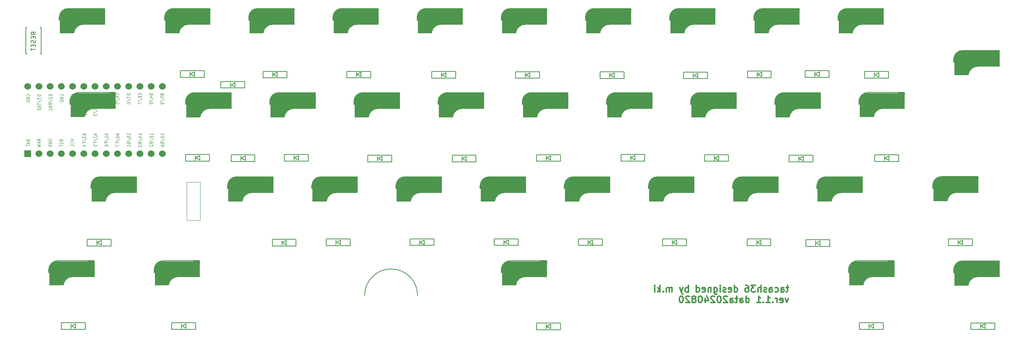
<source format=gbr>
G04 #@! TF.GenerationSoftware,KiCad,Pcbnew,7.0.8*
G04 #@! TF.CreationDate,2024-08-20T17:03:01+09:00*
G04 #@! TF.ProjectId,tacash36,74616361-7368-4333-962e-6b696361645f,rev?*
G04 #@! TF.SameCoordinates,Original*
G04 #@! TF.FileFunction,Legend,Bot*
G04 #@! TF.FilePolarity,Positive*
%FSLAX46Y46*%
G04 Gerber Fmt 4.6, Leading zero omitted, Abs format (unit mm)*
G04 Created by KiCad (PCBNEW 7.0.8) date 2024-08-20 17:03:01*
%MOMM*%
%LPD*%
G01*
G04 APERTURE LIST*
%ADD10C,0.300000*%
%ADD11C,0.125000*%
%ADD12C,0.150000*%
%ADD13C,0.400000*%
%ADD14C,0.500000*%
%ADD15C,1.000000*%
%ADD16C,3.500000*%
%ADD17C,3.000000*%
%ADD18C,0.800000*%
%ADD19C,0.120000*%
%ADD20C,1.524000*%
%ADD21R,1.524000X1.524000*%
G04 APERTURE END LIST*
D10*
X154379774Y-56595828D02*
X153808346Y-56595828D01*
X154165489Y-56095828D02*
X154165489Y-57381542D01*
X154165489Y-57381542D02*
X154094060Y-57524400D01*
X154094060Y-57524400D02*
X153951203Y-57595828D01*
X153951203Y-57595828D02*
X153808346Y-57595828D01*
X152665489Y-57595828D02*
X152665489Y-56810114D01*
X152665489Y-56810114D02*
X152736917Y-56667257D01*
X152736917Y-56667257D02*
X152879774Y-56595828D01*
X152879774Y-56595828D02*
X153165489Y-56595828D01*
X153165489Y-56595828D02*
X153308346Y-56667257D01*
X152665489Y-57524400D02*
X152808346Y-57595828D01*
X152808346Y-57595828D02*
X153165489Y-57595828D01*
X153165489Y-57595828D02*
X153308346Y-57524400D01*
X153308346Y-57524400D02*
X153379774Y-57381542D01*
X153379774Y-57381542D02*
X153379774Y-57238685D01*
X153379774Y-57238685D02*
X153308346Y-57095828D01*
X153308346Y-57095828D02*
X153165489Y-57024400D01*
X153165489Y-57024400D02*
X152808346Y-57024400D01*
X152808346Y-57024400D02*
X152665489Y-56952971D01*
X151308346Y-57524400D02*
X151451203Y-57595828D01*
X151451203Y-57595828D02*
X151736917Y-57595828D01*
X151736917Y-57595828D02*
X151879774Y-57524400D01*
X151879774Y-57524400D02*
X151951203Y-57452971D01*
X151951203Y-57452971D02*
X152022631Y-57310114D01*
X152022631Y-57310114D02*
X152022631Y-56881542D01*
X152022631Y-56881542D02*
X151951203Y-56738685D01*
X151951203Y-56738685D02*
X151879774Y-56667257D01*
X151879774Y-56667257D02*
X151736917Y-56595828D01*
X151736917Y-56595828D02*
X151451203Y-56595828D01*
X151451203Y-56595828D02*
X151308346Y-56667257D01*
X150022632Y-57595828D02*
X150022632Y-56810114D01*
X150022632Y-56810114D02*
X150094060Y-56667257D01*
X150094060Y-56667257D02*
X150236917Y-56595828D01*
X150236917Y-56595828D02*
X150522632Y-56595828D01*
X150522632Y-56595828D02*
X150665489Y-56667257D01*
X150022632Y-57524400D02*
X150165489Y-57595828D01*
X150165489Y-57595828D02*
X150522632Y-57595828D01*
X150522632Y-57595828D02*
X150665489Y-57524400D01*
X150665489Y-57524400D02*
X150736917Y-57381542D01*
X150736917Y-57381542D02*
X150736917Y-57238685D01*
X150736917Y-57238685D02*
X150665489Y-57095828D01*
X150665489Y-57095828D02*
X150522632Y-57024400D01*
X150522632Y-57024400D02*
X150165489Y-57024400D01*
X150165489Y-57024400D02*
X150022632Y-56952971D01*
X149379774Y-57524400D02*
X149236917Y-57595828D01*
X149236917Y-57595828D02*
X148951203Y-57595828D01*
X148951203Y-57595828D02*
X148808346Y-57524400D01*
X148808346Y-57524400D02*
X148736917Y-57381542D01*
X148736917Y-57381542D02*
X148736917Y-57310114D01*
X148736917Y-57310114D02*
X148808346Y-57167257D01*
X148808346Y-57167257D02*
X148951203Y-57095828D01*
X148951203Y-57095828D02*
X149165489Y-57095828D01*
X149165489Y-57095828D02*
X149308346Y-57024400D01*
X149308346Y-57024400D02*
X149379774Y-56881542D01*
X149379774Y-56881542D02*
X149379774Y-56810114D01*
X149379774Y-56810114D02*
X149308346Y-56667257D01*
X149308346Y-56667257D02*
X149165489Y-56595828D01*
X149165489Y-56595828D02*
X148951203Y-56595828D01*
X148951203Y-56595828D02*
X148808346Y-56667257D01*
X148094060Y-57595828D02*
X148094060Y-56095828D01*
X147451203Y-57595828D02*
X147451203Y-56810114D01*
X147451203Y-56810114D02*
X147522631Y-56667257D01*
X147522631Y-56667257D02*
X147665488Y-56595828D01*
X147665488Y-56595828D02*
X147879774Y-56595828D01*
X147879774Y-56595828D02*
X148022631Y-56667257D01*
X148022631Y-56667257D02*
X148094060Y-56738685D01*
X146879774Y-56095828D02*
X145951202Y-56095828D01*
X145951202Y-56095828D02*
X146451202Y-56667257D01*
X146451202Y-56667257D02*
X146236917Y-56667257D01*
X146236917Y-56667257D02*
X146094060Y-56738685D01*
X146094060Y-56738685D02*
X146022631Y-56810114D01*
X146022631Y-56810114D02*
X145951202Y-56952971D01*
X145951202Y-56952971D02*
X145951202Y-57310114D01*
X145951202Y-57310114D02*
X146022631Y-57452971D01*
X146022631Y-57452971D02*
X146094060Y-57524400D01*
X146094060Y-57524400D02*
X146236917Y-57595828D01*
X146236917Y-57595828D02*
X146665488Y-57595828D01*
X146665488Y-57595828D02*
X146808345Y-57524400D01*
X146808345Y-57524400D02*
X146879774Y-57452971D01*
X144665489Y-56095828D02*
X144951203Y-56095828D01*
X144951203Y-56095828D02*
X145094060Y-56167257D01*
X145094060Y-56167257D02*
X145165489Y-56238685D01*
X145165489Y-56238685D02*
X145308346Y-56452971D01*
X145308346Y-56452971D02*
X145379774Y-56738685D01*
X145379774Y-56738685D02*
X145379774Y-57310114D01*
X145379774Y-57310114D02*
X145308346Y-57452971D01*
X145308346Y-57452971D02*
X145236917Y-57524400D01*
X145236917Y-57524400D02*
X145094060Y-57595828D01*
X145094060Y-57595828D02*
X144808346Y-57595828D01*
X144808346Y-57595828D02*
X144665489Y-57524400D01*
X144665489Y-57524400D02*
X144594060Y-57452971D01*
X144594060Y-57452971D02*
X144522631Y-57310114D01*
X144522631Y-57310114D02*
X144522631Y-56952971D01*
X144522631Y-56952971D02*
X144594060Y-56810114D01*
X144594060Y-56810114D02*
X144665489Y-56738685D01*
X144665489Y-56738685D02*
X144808346Y-56667257D01*
X144808346Y-56667257D02*
X145094060Y-56667257D01*
X145094060Y-56667257D02*
X145236917Y-56738685D01*
X145236917Y-56738685D02*
X145308346Y-56810114D01*
X145308346Y-56810114D02*
X145379774Y-56952971D01*
X142094061Y-57595828D02*
X142094061Y-56095828D01*
X142094061Y-57524400D02*
X142236918Y-57595828D01*
X142236918Y-57595828D02*
X142522632Y-57595828D01*
X142522632Y-57595828D02*
X142665489Y-57524400D01*
X142665489Y-57524400D02*
X142736918Y-57452971D01*
X142736918Y-57452971D02*
X142808346Y-57310114D01*
X142808346Y-57310114D02*
X142808346Y-56881542D01*
X142808346Y-56881542D02*
X142736918Y-56738685D01*
X142736918Y-56738685D02*
X142665489Y-56667257D01*
X142665489Y-56667257D02*
X142522632Y-56595828D01*
X142522632Y-56595828D02*
X142236918Y-56595828D01*
X142236918Y-56595828D02*
X142094061Y-56667257D01*
X140808346Y-57524400D02*
X140951203Y-57595828D01*
X140951203Y-57595828D02*
X141236918Y-57595828D01*
X141236918Y-57595828D02*
X141379775Y-57524400D01*
X141379775Y-57524400D02*
X141451203Y-57381542D01*
X141451203Y-57381542D02*
X141451203Y-56810114D01*
X141451203Y-56810114D02*
X141379775Y-56667257D01*
X141379775Y-56667257D02*
X141236918Y-56595828D01*
X141236918Y-56595828D02*
X140951203Y-56595828D01*
X140951203Y-56595828D02*
X140808346Y-56667257D01*
X140808346Y-56667257D02*
X140736918Y-56810114D01*
X140736918Y-56810114D02*
X140736918Y-56952971D01*
X140736918Y-56952971D02*
X141451203Y-57095828D01*
X140165489Y-57524400D02*
X140022632Y-57595828D01*
X140022632Y-57595828D02*
X139736918Y-57595828D01*
X139736918Y-57595828D02*
X139594061Y-57524400D01*
X139594061Y-57524400D02*
X139522632Y-57381542D01*
X139522632Y-57381542D02*
X139522632Y-57310114D01*
X139522632Y-57310114D02*
X139594061Y-57167257D01*
X139594061Y-57167257D02*
X139736918Y-57095828D01*
X139736918Y-57095828D02*
X139951204Y-57095828D01*
X139951204Y-57095828D02*
X140094061Y-57024400D01*
X140094061Y-57024400D02*
X140165489Y-56881542D01*
X140165489Y-56881542D02*
X140165489Y-56810114D01*
X140165489Y-56810114D02*
X140094061Y-56667257D01*
X140094061Y-56667257D02*
X139951204Y-56595828D01*
X139951204Y-56595828D02*
X139736918Y-56595828D01*
X139736918Y-56595828D02*
X139594061Y-56667257D01*
X138879775Y-57595828D02*
X138879775Y-56595828D01*
X138879775Y-56095828D02*
X138951203Y-56167257D01*
X138951203Y-56167257D02*
X138879775Y-56238685D01*
X138879775Y-56238685D02*
X138808346Y-56167257D01*
X138808346Y-56167257D02*
X138879775Y-56095828D01*
X138879775Y-56095828D02*
X138879775Y-56238685D01*
X137522632Y-56595828D02*
X137522632Y-57810114D01*
X137522632Y-57810114D02*
X137594060Y-57952971D01*
X137594060Y-57952971D02*
X137665489Y-58024400D01*
X137665489Y-58024400D02*
X137808346Y-58095828D01*
X137808346Y-58095828D02*
X138022632Y-58095828D01*
X138022632Y-58095828D02*
X138165489Y-58024400D01*
X137522632Y-57524400D02*
X137665489Y-57595828D01*
X137665489Y-57595828D02*
X137951203Y-57595828D01*
X137951203Y-57595828D02*
X138094060Y-57524400D01*
X138094060Y-57524400D02*
X138165489Y-57452971D01*
X138165489Y-57452971D02*
X138236917Y-57310114D01*
X138236917Y-57310114D02*
X138236917Y-56881542D01*
X138236917Y-56881542D02*
X138165489Y-56738685D01*
X138165489Y-56738685D02*
X138094060Y-56667257D01*
X138094060Y-56667257D02*
X137951203Y-56595828D01*
X137951203Y-56595828D02*
X137665489Y-56595828D01*
X137665489Y-56595828D02*
X137522632Y-56667257D01*
X136808346Y-56595828D02*
X136808346Y-57595828D01*
X136808346Y-56738685D02*
X136736917Y-56667257D01*
X136736917Y-56667257D02*
X136594060Y-56595828D01*
X136594060Y-56595828D02*
X136379774Y-56595828D01*
X136379774Y-56595828D02*
X136236917Y-56667257D01*
X136236917Y-56667257D02*
X136165489Y-56810114D01*
X136165489Y-56810114D02*
X136165489Y-57595828D01*
X134879774Y-57524400D02*
X135022631Y-57595828D01*
X135022631Y-57595828D02*
X135308346Y-57595828D01*
X135308346Y-57595828D02*
X135451203Y-57524400D01*
X135451203Y-57524400D02*
X135522631Y-57381542D01*
X135522631Y-57381542D02*
X135522631Y-56810114D01*
X135522631Y-56810114D02*
X135451203Y-56667257D01*
X135451203Y-56667257D02*
X135308346Y-56595828D01*
X135308346Y-56595828D02*
X135022631Y-56595828D01*
X135022631Y-56595828D02*
X134879774Y-56667257D01*
X134879774Y-56667257D02*
X134808346Y-56810114D01*
X134808346Y-56810114D02*
X134808346Y-56952971D01*
X134808346Y-56952971D02*
X135522631Y-57095828D01*
X133522632Y-57595828D02*
X133522632Y-56095828D01*
X133522632Y-57524400D02*
X133665489Y-57595828D01*
X133665489Y-57595828D02*
X133951203Y-57595828D01*
X133951203Y-57595828D02*
X134094060Y-57524400D01*
X134094060Y-57524400D02*
X134165489Y-57452971D01*
X134165489Y-57452971D02*
X134236917Y-57310114D01*
X134236917Y-57310114D02*
X134236917Y-56881542D01*
X134236917Y-56881542D02*
X134165489Y-56738685D01*
X134165489Y-56738685D02*
X134094060Y-56667257D01*
X134094060Y-56667257D02*
X133951203Y-56595828D01*
X133951203Y-56595828D02*
X133665489Y-56595828D01*
X133665489Y-56595828D02*
X133522632Y-56667257D01*
X131665489Y-57595828D02*
X131665489Y-56095828D01*
X131665489Y-56667257D02*
X131522632Y-56595828D01*
X131522632Y-56595828D02*
X131236917Y-56595828D01*
X131236917Y-56595828D02*
X131094060Y-56667257D01*
X131094060Y-56667257D02*
X131022632Y-56738685D01*
X131022632Y-56738685D02*
X130951203Y-56881542D01*
X130951203Y-56881542D02*
X130951203Y-57310114D01*
X130951203Y-57310114D02*
X131022632Y-57452971D01*
X131022632Y-57452971D02*
X131094060Y-57524400D01*
X131094060Y-57524400D02*
X131236917Y-57595828D01*
X131236917Y-57595828D02*
X131522632Y-57595828D01*
X131522632Y-57595828D02*
X131665489Y-57524400D01*
X130451203Y-56595828D02*
X130094060Y-57595828D01*
X129736917Y-56595828D02*
X130094060Y-57595828D01*
X130094060Y-57595828D02*
X130236917Y-57952971D01*
X130236917Y-57952971D02*
X130308346Y-58024400D01*
X130308346Y-58024400D02*
X130451203Y-58095828D01*
X128022632Y-57595828D02*
X128022632Y-56595828D01*
X128022632Y-56738685D02*
X127951203Y-56667257D01*
X127951203Y-56667257D02*
X127808346Y-56595828D01*
X127808346Y-56595828D02*
X127594060Y-56595828D01*
X127594060Y-56595828D02*
X127451203Y-56667257D01*
X127451203Y-56667257D02*
X127379775Y-56810114D01*
X127379775Y-56810114D02*
X127379775Y-57595828D01*
X127379775Y-56810114D02*
X127308346Y-56667257D01*
X127308346Y-56667257D02*
X127165489Y-56595828D01*
X127165489Y-56595828D02*
X126951203Y-56595828D01*
X126951203Y-56595828D02*
X126808346Y-56667257D01*
X126808346Y-56667257D02*
X126736917Y-56810114D01*
X126736917Y-56810114D02*
X126736917Y-57595828D01*
X126022632Y-57452971D02*
X125951203Y-57524400D01*
X125951203Y-57524400D02*
X126022632Y-57595828D01*
X126022632Y-57595828D02*
X126094060Y-57524400D01*
X126094060Y-57524400D02*
X126022632Y-57452971D01*
X126022632Y-57452971D02*
X126022632Y-57595828D01*
X125308346Y-57595828D02*
X125308346Y-56095828D01*
X125165489Y-57024400D02*
X124736917Y-57595828D01*
X124736917Y-56595828D02*
X125308346Y-57167257D01*
X124094060Y-57595828D02*
X124094060Y-56595828D01*
X124094060Y-56095828D02*
X124165488Y-56167257D01*
X124165488Y-56167257D02*
X124094060Y-56238685D01*
X124094060Y-56238685D02*
X124022631Y-56167257D01*
X124022631Y-56167257D02*
X124094060Y-56095828D01*
X124094060Y-56095828D02*
X124094060Y-56238685D01*
X154308346Y-59010828D02*
X153951203Y-60010828D01*
X153951203Y-60010828D02*
X153594060Y-59010828D01*
X152451203Y-59939400D02*
X152594060Y-60010828D01*
X152594060Y-60010828D02*
X152879775Y-60010828D01*
X152879775Y-60010828D02*
X153022632Y-59939400D01*
X153022632Y-59939400D02*
X153094060Y-59796542D01*
X153094060Y-59796542D02*
X153094060Y-59225114D01*
X153094060Y-59225114D02*
X153022632Y-59082257D01*
X153022632Y-59082257D02*
X152879775Y-59010828D01*
X152879775Y-59010828D02*
X152594060Y-59010828D01*
X152594060Y-59010828D02*
X152451203Y-59082257D01*
X152451203Y-59082257D02*
X152379775Y-59225114D01*
X152379775Y-59225114D02*
X152379775Y-59367971D01*
X152379775Y-59367971D02*
X153094060Y-59510828D01*
X151736918Y-60010828D02*
X151736918Y-59010828D01*
X151736918Y-59296542D02*
X151665489Y-59153685D01*
X151665489Y-59153685D02*
X151594061Y-59082257D01*
X151594061Y-59082257D02*
X151451203Y-59010828D01*
X151451203Y-59010828D02*
X151308346Y-59010828D01*
X150808347Y-59867971D02*
X150736918Y-59939400D01*
X150736918Y-59939400D02*
X150808347Y-60010828D01*
X150808347Y-60010828D02*
X150879775Y-59939400D01*
X150879775Y-59939400D02*
X150808347Y-59867971D01*
X150808347Y-59867971D02*
X150808347Y-60010828D01*
X149308346Y-60010828D02*
X150165489Y-60010828D01*
X149736918Y-60010828D02*
X149736918Y-58510828D01*
X149736918Y-58510828D02*
X149879775Y-58725114D01*
X149879775Y-58725114D02*
X150022632Y-58867971D01*
X150022632Y-58867971D02*
X150165489Y-58939400D01*
X148665490Y-59867971D02*
X148594061Y-59939400D01*
X148594061Y-59939400D02*
X148665490Y-60010828D01*
X148665490Y-60010828D02*
X148736918Y-59939400D01*
X148736918Y-59939400D02*
X148665490Y-59867971D01*
X148665490Y-59867971D02*
X148665490Y-60010828D01*
X147165489Y-60010828D02*
X148022632Y-60010828D01*
X147594061Y-60010828D02*
X147594061Y-58510828D01*
X147594061Y-58510828D02*
X147736918Y-58725114D01*
X147736918Y-58725114D02*
X147879775Y-58867971D01*
X147879775Y-58867971D02*
X148022632Y-58939400D01*
X144736919Y-60010828D02*
X144736919Y-58510828D01*
X144736919Y-59939400D02*
X144879776Y-60010828D01*
X144879776Y-60010828D02*
X145165490Y-60010828D01*
X145165490Y-60010828D02*
X145308347Y-59939400D01*
X145308347Y-59939400D02*
X145379776Y-59867971D01*
X145379776Y-59867971D02*
X145451204Y-59725114D01*
X145451204Y-59725114D02*
X145451204Y-59296542D01*
X145451204Y-59296542D02*
X145379776Y-59153685D01*
X145379776Y-59153685D02*
X145308347Y-59082257D01*
X145308347Y-59082257D02*
X145165490Y-59010828D01*
X145165490Y-59010828D02*
X144879776Y-59010828D01*
X144879776Y-59010828D02*
X144736919Y-59082257D01*
X143379776Y-60010828D02*
X143379776Y-59225114D01*
X143379776Y-59225114D02*
X143451204Y-59082257D01*
X143451204Y-59082257D02*
X143594061Y-59010828D01*
X143594061Y-59010828D02*
X143879776Y-59010828D01*
X143879776Y-59010828D02*
X144022633Y-59082257D01*
X143379776Y-59939400D02*
X143522633Y-60010828D01*
X143522633Y-60010828D02*
X143879776Y-60010828D01*
X143879776Y-60010828D02*
X144022633Y-59939400D01*
X144022633Y-59939400D02*
X144094061Y-59796542D01*
X144094061Y-59796542D02*
X144094061Y-59653685D01*
X144094061Y-59653685D02*
X144022633Y-59510828D01*
X144022633Y-59510828D02*
X143879776Y-59439400D01*
X143879776Y-59439400D02*
X143522633Y-59439400D01*
X143522633Y-59439400D02*
X143379776Y-59367971D01*
X142879775Y-59010828D02*
X142308347Y-59010828D01*
X142665490Y-58510828D02*
X142665490Y-59796542D01*
X142665490Y-59796542D02*
X142594061Y-59939400D01*
X142594061Y-59939400D02*
X142451204Y-60010828D01*
X142451204Y-60010828D02*
X142308347Y-60010828D01*
X141165490Y-60010828D02*
X141165490Y-59225114D01*
X141165490Y-59225114D02*
X141236918Y-59082257D01*
X141236918Y-59082257D02*
X141379775Y-59010828D01*
X141379775Y-59010828D02*
X141665490Y-59010828D01*
X141665490Y-59010828D02*
X141808347Y-59082257D01*
X141165490Y-59939400D02*
X141308347Y-60010828D01*
X141308347Y-60010828D02*
X141665490Y-60010828D01*
X141665490Y-60010828D02*
X141808347Y-59939400D01*
X141808347Y-59939400D02*
X141879775Y-59796542D01*
X141879775Y-59796542D02*
X141879775Y-59653685D01*
X141879775Y-59653685D02*
X141808347Y-59510828D01*
X141808347Y-59510828D02*
X141665490Y-59439400D01*
X141665490Y-59439400D02*
X141308347Y-59439400D01*
X141308347Y-59439400D02*
X141165490Y-59367971D01*
X140522632Y-58653685D02*
X140451204Y-58582257D01*
X140451204Y-58582257D02*
X140308347Y-58510828D01*
X140308347Y-58510828D02*
X139951204Y-58510828D01*
X139951204Y-58510828D02*
X139808347Y-58582257D01*
X139808347Y-58582257D02*
X139736918Y-58653685D01*
X139736918Y-58653685D02*
X139665489Y-58796542D01*
X139665489Y-58796542D02*
X139665489Y-58939400D01*
X139665489Y-58939400D02*
X139736918Y-59153685D01*
X139736918Y-59153685D02*
X140594061Y-60010828D01*
X140594061Y-60010828D02*
X139665489Y-60010828D01*
X138736918Y-58510828D02*
X138594061Y-58510828D01*
X138594061Y-58510828D02*
X138451204Y-58582257D01*
X138451204Y-58582257D02*
X138379776Y-58653685D01*
X138379776Y-58653685D02*
X138308347Y-58796542D01*
X138308347Y-58796542D02*
X138236918Y-59082257D01*
X138236918Y-59082257D02*
X138236918Y-59439400D01*
X138236918Y-59439400D02*
X138308347Y-59725114D01*
X138308347Y-59725114D02*
X138379776Y-59867971D01*
X138379776Y-59867971D02*
X138451204Y-59939400D01*
X138451204Y-59939400D02*
X138594061Y-60010828D01*
X138594061Y-60010828D02*
X138736918Y-60010828D01*
X138736918Y-60010828D02*
X138879776Y-59939400D01*
X138879776Y-59939400D02*
X138951204Y-59867971D01*
X138951204Y-59867971D02*
X139022633Y-59725114D01*
X139022633Y-59725114D02*
X139094061Y-59439400D01*
X139094061Y-59439400D02*
X139094061Y-59082257D01*
X139094061Y-59082257D02*
X139022633Y-58796542D01*
X139022633Y-58796542D02*
X138951204Y-58653685D01*
X138951204Y-58653685D02*
X138879776Y-58582257D01*
X138879776Y-58582257D02*
X138736918Y-58510828D01*
X137665490Y-58653685D02*
X137594062Y-58582257D01*
X137594062Y-58582257D02*
X137451205Y-58510828D01*
X137451205Y-58510828D02*
X137094062Y-58510828D01*
X137094062Y-58510828D02*
X136951205Y-58582257D01*
X136951205Y-58582257D02*
X136879776Y-58653685D01*
X136879776Y-58653685D02*
X136808347Y-58796542D01*
X136808347Y-58796542D02*
X136808347Y-58939400D01*
X136808347Y-58939400D02*
X136879776Y-59153685D01*
X136879776Y-59153685D02*
X137736919Y-60010828D01*
X137736919Y-60010828D02*
X136808347Y-60010828D01*
X135522634Y-59010828D02*
X135522634Y-60010828D01*
X135879776Y-58439400D02*
X136236919Y-59510828D01*
X136236919Y-59510828D02*
X135308348Y-59510828D01*
X134451205Y-58510828D02*
X134308348Y-58510828D01*
X134308348Y-58510828D02*
X134165491Y-58582257D01*
X134165491Y-58582257D02*
X134094063Y-58653685D01*
X134094063Y-58653685D02*
X134022634Y-58796542D01*
X134022634Y-58796542D02*
X133951205Y-59082257D01*
X133951205Y-59082257D02*
X133951205Y-59439400D01*
X133951205Y-59439400D02*
X134022634Y-59725114D01*
X134022634Y-59725114D02*
X134094063Y-59867971D01*
X134094063Y-59867971D02*
X134165491Y-59939400D01*
X134165491Y-59939400D02*
X134308348Y-60010828D01*
X134308348Y-60010828D02*
X134451205Y-60010828D01*
X134451205Y-60010828D02*
X134594063Y-59939400D01*
X134594063Y-59939400D02*
X134665491Y-59867971D01*
X134665491Y-59867971D02*
X134736920Y-59725114D01*
X134736920Y-59725114D02*
X134808348Y-59439400D01*
X134808348Y-59439400D02*
X134808348Y-59082257D01*
X134808348Y-59082257D02*
X134736920Y-58796542D01*
X134736920Y-58796542D02*
X134665491Y-58653685D01*
X134665491Y-58653685D02*
X134594063Y-58582257D01*
X134594063Y-58582257D02*
X134451205Y-58510828D01*
X133094063Y-59153685D02*
X133236920Y-59082257D01*
X133236920Y-59082257D02*
X133308349Y-59010828D01*
X133308349Y-59010828D02*
X133379777Y-58867971D01*
X133379777Y-58867971D02*
X133379777Y-58796542D01*
X133379777Y-58796542D02*
X133308349Y-58653685D01*
X133308349Y-58653685D02*
X133236920Y-58582257D01*
X133236920Y-58582257D02*
X133094063Y-58510828D01*
X133094063Y-58510828D02*
X132808349Y-58510828D01*
X132808349Y-58510828D02*
X132665492Y-58582257D01*
X132665492Y-58582257D02*
X132594063Y-58653685D01*
X132594063Y-58653685D02*
X132522634Y-58796542D01*
X132522634Y-58796542D02*
X132522634Y-58867971D01*
X132522634Y-58867971D02*
X132594063Y-59010828D01*
X132594063Y-59010828D02*
X132665492Y-59082257D01*
X132665492Y-59082257D02*
X132808349Y-59153685D01*
X132808349Y-59153685D02*
X133094063Y-59153685D01*
X133094063Y-59153685D02*
X133236920Y-59225114D01*
X133236920Y-59225114D02*
X133308349Y-59296542D01*
X133308349Y-59296542D02*
X133379777Y-59439400D01*
X133379777Y-59439400D02*
X133379777Y-59725114D01*
X133379777Y-59725114D02*
X133308349Y-59867971D01*
X133308349Y-59867971D02*
X133236920Y-59939400D01*
X133236920Y-59939400D02*
X133094063Y-60010828D01*
X133094063Y-60010828D02*
X132808349Y-60010828D01*
X132808349Y-60010828D02*
X132665492Y-59939400D01*
X132665492Y-59939400D02*
X132594063Y-59867971D01*
X132594063Y-59867971D02*
X132522634Y-59725114D01*
X132522634Y-59725114D02*
X132522634Y-59439400D01*
X132522634Y-59439400D02*
X132594063Y-59296542D01*
X132594063Y-59296542D02*
X132665492Y-59225114D01*
X132665492Y-59225114D02*
X132808349Y-59153685D01*
X131951206Y-58653685D02*
X131879778Y-58582257D01*
X131879778Y-58582257D02*
X131736921Y-58510828D01*
X131736921Y-58510828D02*
X131379778Y-58510828D01*
X131379778Y-58510828D02*
X131236921Y-58582257D01*
X131236921Y-58582257D02*
X131165492Y-58653685D01*
X131165492Y-58653685D02*
X131094063Y-58796542D01*
X131094063Y-58796542D02*
X131094063Y-58939400D01*
X131094063Y-58939400D02*
X131165492Y-59153685D01*
X131165492Y-59153685D02*
X132022635Y-60010828D01*
X132022635Y-60010828D02*
X131094063Y-60010828D01*
X130165492Y-58510828D02*
X130022635Y-58510828D01*
X130022635Y-58510828D02*
X129879778Y-58582257D01*
X129879778Y-58582257D02*
X129808350Y-58653685D01*
X129808350Y-58653685D02*
X129736921Y-58796542D01*
X129736921Y-58796542D02*
X129665492Y-59082257D01*
X129665492Y-59082257D02*
X129665492Y-59439400D01*
X129665492Y-59439400D02*
X129736921Y-59725114D01*
X129736921Y-59725114D02*
X129808350Y-59867971D01*
X129808350Y-59867971D02*
X129879778Y-59939400D01*
X129879778Y-59939400D02*
X130022635Y-60010828D01*
X130022635Y-60010828D02*
X130165492Y-60010828D01*
X130165492Y-60010828D02*
X130308350Y-59939400D01*
X130308350Y-59939400D02*
X130379778Y-59867971D01*
X130379778Y-59867971D02*
X130451207Y-59725114D01*
X130451207Y-59725114D02*
X130522635Y-59439400D01*
X130522635Y-59439400D02*
X130522635Y-59082257D01*
X130522635Y-59082257D02*
X130451207Y-58796542D01*
X130451207Y-58796542D02*
X130379778Y-58653685D01*
X130379778Y-58653685D02*
X130308350Y-58582257D01*
X130308350Y-58582257D02*
X130165492Y-58510828D01*
D11*
X12565607Y-12847410D02*
X12601321Y-12943124D01*
X12601321Y-12943124D02*
X12637035Y-12975029D01*
X12637035Y-12975029D02*
X12708464Y-13006933D01*
X12708464Y-13006933D02*
X12815607Y-13006933D01*
X12815607Y-13006933D02*
X12887035Y-12975029D01*
X12887035Y-12975029D02*
X12922750Y-12943124D01*
X12922750Y-12943124D02*
X12958464Y-12879314D01*
X12958464Y-12879314D02*
X12958464Y-12624076D01*
X12958464Y-12624076D02*
X12208464Y-12624076D01*
X12208464Y-12624076D02*
X12208464Y-12847410D01*
X12208464Y-12847410D02*
X12244178Y-12911219D01*
X12244178Y-12911219D02*
X12279892Y-12943124D01*
X12279892Y-12943124D02*
X12351321Y-12975029D01*
X12351321Y-12975029D02*
X12422750Y-12975029D01*
X12422750Y-12975029D02*
X12494178Y-12943124D01*
X12494178Y-12943124D02*
X12529892Y-12911219D01*
X12529892Y-12911219D02*
X12565607Y-12847410D01*
X12565607Y-12847410D02*
X12565607Y-12624076D01*
X12208464Y-13613124D02*
X12208464Y-13294076D01*
X12208464Y-13294076D02*
X12565607Y-13262172D01*
X12565607Y-13262172D02*
X12529892Y-13294076D01*
X12529892Y-13294076D02*
X12494178Y-13357886D01*
X12494178Y-13357886D02*
X12494178Y-13517410D01*
X12494178Y-13517410D02*
X12529892Y-13581219D01*
X12529892Y-13581219D02*
X12565607Y-13613124D01*
X12565607Y-13613124D02*
X12637035Y-13645029D01*
X12637035Y-13645029D02*
X12815607Y-13645029D01*
X12815607Y-13645029D02*
X12887035Y-13613124D01*
X12887035Y-13613124D02*
X12922750Y-13581219D01*
X12922750Y-13581219D02*
X12958464Y-13517410D01*
X12958464Y-13517410D02*
X12958464Y-13357886D01*
X12958464Y-13357886D02*
X12922750Y-13294076D01*
X12922750Y-13294076D02*
X12887035Y-13262172D01*
X12172750Y-14410743D02*
X13137035Y-13836457D01*
X12958464Y-14665981D02*
X12958464Y-14793600D01*
X12958464Y-14793600D02*
X12922750Y-14857410D01*
X12922750Y-14857410D02*
X12887035Y-14889314D01*
X12887035Y-14889314D02*
X12779892Y-14953124D01*
X12779892Y-14953124D02*
X12637035Y-14985029D01*
X12637035Y-14985029D02*
X12351321Y-14985029D01*
X12351321Y-14985029D02*
X12279892Y-14953124D01*
X12279892Y-14953124D02*
X12244178Y-14921219D01*
X12244178Y-14921219D02*
X12208464Y-14857410D01*
X12208464Y-14857410D02*
X12208464Y-14729791D01*
X12208464Y-14729791D02*
X12244178Y-14665981D01*
X12244178Y-14665981D02*
X12279892Y-14634076D01*
X12279892Y-14634076D02*
X12351321Y-14602172D01*
X12351321Y-14602172D02*
X12529892Y-14602172D01*
X12529892Y-14602172D02*
X12601321Y-14634076D01*
X12601321Y-14634076D02*
X12637035Y-14665981D01*
X12637035Y-14665981D02*
X12672750Y-14729791D01*
X12672750Y-14729791D02*
X12672750Y-14857410D01*
X12672750Y-14857410D02*
X12637035Y-14921219D01*
X12637035Y-14921219D02*
X12601321Y-14953124D01*
X12601321Y-14953124D02*
X12529892Y-14985029D01*
X2644178Y-21737886D02*
X2644178Y-22056933D01*
X2858464Y-21674076D02*
X2108464Y-21897409D01*
X2108464Y-21897409D02*
X2858464Y-22120743D01*
X2108464Y-22471695D02*
X2108464Y-22535505D01*
X2108464Y-22535505D02*
X2144178Y-22599314D01*
X2144178Y-22599314D02*
X2179892Y-22631219D01*
X2179892Y-22631219D02*
X2251321Y-22663124D01*
X2251321Y-22663124D02*
X2394178Y-22695029D01*
X2394178Y-22695029D02*
X2572750Y-22695029D01*
X2572750Y-22695029D02*
X2715607Y-22663124D01*
X2715607Y-22663124D02*
X2787035Y-22631219D01*
X2787035Y-22631219D02*
X2822750Y-22599314D01*
X2822750Y-22599314D02*
X2858464Y-22535505D01*
X2858464Y-22535505D02*
X2858464Y-22471695D01*
X2858464Y-22471695D02*
X2822750Y-22407886D01*
X2822750Y-22407886D02*
X2787035Y-22375981D01*
X2787035Y-22375981D02*
X2715607Y-22344076D01*
X2715607Y-22344076D02*
X2572750Y-22312172D01*
X2572750Y-22312172D02*
X2394178Y-22312172D01*
X2394178Y-22312172D02*
X2251321Y-22344076D01*
X2251321Y-22344076D02*
X2179892Y-22375981D01*
X2179892Y-22375981D02*
X2144178Y-22407886D01*
X2144178Y-22407886D02*
X2108464Y-22471695D01*
X2072750Y-23460743D02*
X3037035Y-22886457D01*
X2465607Y-23907410D02*
X2465607Y-23684076D01*
X2858464Y-23684076D02*
X2108464Y-23684076D01*
X2108464Y-23684076D02*
X2108464Y-24003124D01*
X2108464Y-24194553D02*
X2108464Y-24641219D01*
X2108464Y-24641219D02*
X2858464Y-24354077D01*
X-14891535Y-12869790D02*
X-15641535Y-12869790D01*
X-15641535Y-12869790D02*
X-15641535Y-13029314D01*
X-15641535Y-13029314D02*
X-15605821Y-13125028D01*
X-15605821Y-13125028D02*
X-15534392Y-13188838D01*
X-15534392Y-13188838D02*
X-15462964Y-13220743D01*
X-15462964Y-13220743D02*
X-15320107Y-13252647D01*
X-15320107Y-13252647D02*
X-15212964Y-13252647D01*
X-15212964Y-13252647D02*
X-15070107Y-13220743D01*
X-15070107Y-13220743D02*
X-14998678Y-13188838D01*
X-14998678Y-13188838D02*
X-14927250Y-13125028D01*
X-14927250Y-13125028D02*
X-14891535Y-13029314D01*
X-14891535Y-13029314D02*
X-14891535Y-12869790D01*
X-15641535Y-13475981D02*
X-15641535Y-13890743D01*
X-15641535Y-13890743D02*
X-15355821Y-13667409D01*
X-15355821Y-13667409D02*
X-15355821Y-13763124D01*
X-15355821Y-13763124D02*
X-15320107Y-13826933D01*
X-15320107Y-13826933D02*
X-15284392Y-13858838D01*
X-15284392Y-13858838D02*
X-15212964Y-13890743D01*
X-15212964Y-13890743D02*
X-15034392Y-13890743D01*
X-15034392Y-13890743D02*
X-14962964Y-13858838D01*
X-14962964Y-13858838D02*
X-14927250Y-13826933D01*
X-14927250Y-13826933D02*
X-14891535Y-13763124D01*
X-14891535Y-13763124D02*
X-14891535Y-13571695D01*
X-14891535Y-13571695D02*
X-14927250Y-13507886D01*
X-14927250Y-13507886D02*
X-14962964Y-13475981D01*
X-15677250Y-14656457D02*
X-14712964Y-14082171D01*
X-15641535Y-14784076D02*
X-15641535Y-15166933D01*
X-14891535Y-14975505D02*
X-15641535Y-14975505D01*
X-15641535Y-15326457D02*
X-14891535Y-15773123D01*
X-15641535Y-15773123D02*
X-14891535Y-15326457D01*
X-15641535Y-16155980D02*
X-15641535Y-16219790D01*
X-15641535Y-16219790D02*
X-15605821Y-16283599D01*
X-15605821Y-16283599D02*
X-15570107Y-16315504D01*
X-15570107Y-16315504D02*
X-15498678Y-16347409D01*
X-15498678Y-16347409D02*
X-15355821Y-16379314D01*
X-15355821Y-16379314D02*
X-15177250Y-16379314D01*
X-15177250Y-16379314D02*
X-15034392Y-16347409D01*
X-15034392Y-16347409D02*
X-14962964Y-16315504D01*
X-14962964Y-16315504D02*
X-14927250Y-16283599D01*
X-14927250Y-16283599D02*
X-14891535Y-16219790D01*
X-14891535Y-16219790D02*
X-14891535Y-16155980D01*
X-14891535Y-16155980D02*
X-14927250Y-16092171D01*
X-14927250Y-16092171D02*
X-14962964Y-16060266D01*
X-14962964Y-16060266D02*
X-15034392Y-16028361D01*
X-15034392Y-16028361D02*
X-15177250Y-15996457D01*
X-15177250Y-15996457D02*
X-15355821Y-15996457D01*
X-15355821Y-15996457D02*
X-15498678Y-16028361D01*
X-15498678Y-16028361D02*
X-15570107Y-16060266D01*
X-15570107Y-16060266D02*
X-15605821Y-16092171D01*
X-15605821Y-16092171D02*
X-15641535Y-16155980D01*
X-13105821Y-23283124D02*
X-13141535Y-23219314D01*
X-13141535Y-23219314D02*
X-13141535Y-23123600D01*
X-13141535Y-23123600D02*
X-13105821Y-23027886D01*
X-13105821Y-23027886D02*
X-13034392Y-22964076D01*
X-13034392Y-22964076D02*
X-12962964Y-22932171D01*
X-12962964Y-22932171D02*
X-12820107Y-22900267D01*
X-12820107Y-22900267D02*
X-12712964Y-22900267D01*
X-12712964Y-22900267D02*
X-12570107Y-22932171D01*
X-12570107Y-22932171D02*
X-12498678Y-22964076D01*
X-12498678Y-22964076D02*
X-12427250Y-23027886D01*
X-12427250Y-23027886D02*
X-12391535Y-23123600D01*
X-12391535Y-23123600D02*
X-12391535Y-23187409D01*
X-12391535Y-23187409D02*
X-12427250Y-23283124D01*
X-12427250Y-23283124D02*
X-12462964Y-23315028D01*
X-12462964Y-23315028D02*
X-12712964Y-23315028D01*
X-12712964Y-23315028D02*
X-12712964Y-23187409D01*
X-12391535Y-23602171D02*
X-13141535Y-23602171D01*
X-13141535Y-23602171D02*
X-12391535Y-23985028D01*
X-12391535Y-23985028D02*
X-13141535Y-23985028D01*
X-12391535Y-24304076D02*
X-13141535Y-24304076D01*
X-13141535Y-24304076D02*
X-13141535Y-24463600D01*
X-13141535Y-24463600D02*
X-13105821Y-24559314D01*
X-13105821Y-24559314D02*
X-13034392Y-24623124D01*
X-13034392Y-24623124D02*
X-12962964Y-24655029D01*
X-12962964Y-24655029D02*
X-12820107Y-24686933D01*
X-12820107Y-24686933D02*
X-12712964Y-24686933D01*
X-12712964Y-24686933D02*
X-12570107Y-24655029D01*
X-12570107Y-24655029D02*
X-12498678Y-24623124D01*
X-12498678Y-24623124D02*
X-12427250Y-24559314D01*
X-12427250Y-24559314D02*
X-12391535Y-24463600D01*
X-12391535Y-24463600D02*
X-12391535Y-24304076D01*
X-2177250Y-12705981D02*
X-2141535Y-12801695D01*
X-2141535Y-12801695D02*
X-2141535Y-12961219D01*
X-2141535Y-12961219D02*
X-2177250Y-13025028D01*
X-2177250Y-13025028D02*
X-2212964Y-13056933D01*
X-2212964Y-13056933D02*
X-2284392Y-13088838D01*
X-2284392Y-13088838D02*
X-2355821Y-13088838D01*
X-2355821Y-13088838D02*
X-2427250Y-13056933D01*
X-2427250Y-13056933D02*
X-2462964Y-13025028D01*
X-2462964Y-13025028D02*
X-2498678Y-12961219D01*
X-2498678Y-12961219D02*
X-2534392Y-12833600D01*
X-2534392Y-12833600D02*
X-2570107Y-12769790D01*
X-2570107Y-12769790D02*
X-2605821Y-12737885D01*
X-2605821Y-12737885D02*
X-2677250Y-12705981D01*
X-2677250Y-12705981D02*
X-2748678Y-12705981D01*
X-2748678Y-12705981D02*
X-2820107Y-12737885D01*
X-2820107Y-12737885D02*
X-2855821Y-12769790D01*
X-2855821Y-12769790D02*
X-2891535Y-12833600D01*
X-2891535Y-12833600D02*
X-2891535Y-12993123D01*
X-2891535Y-12993123D02*
X-2855821Y-13088838D01*
X-2212964Y-13758837D02*
X-2177250Y-13726933D01*
X-2177250Y-13726933D02*
X-2141535Y-13631218D01*
X-2141535Y-13631218D02*
X-2141535Y-13567409D01*
X-2141535Y-13567409D02*
X-2177250Y-13471695D01*
X-2177250Y-13471695D02*
X-2248678Y-13407885D01*
X-2248678Y-13407885D02*
X-2320107Y-13375980D01*
X-2320107Y-13375980D02*
X-2462964Y-13344076D01*
X-2462964Y-13344076D02*
X-2570107Y-13344076D01*
X-2570107Y-13344076D02*
X-2712964Y-13375980D01*
X-2712964Y-13375980D02*
X-2784392Y-13407885D01*
X-2784392Y-13407885D02*
X-2855821Y-13471695D01*
X-2855821Y-13471695D02*
X-2891535Y-13567409D01*
X-2891535Y-13567409D02*
X-2891535Y-13631218D01*
X-2891535Y-13631218D02*
X-2855821Y-13726933D01*
X-2855821Y-13726933D02*
X-2820107Y-13758837D01*
X-2141535Y-14365028D02*
X-2141535Y-14045980D01*
X-2141535Y-14045980D02*
X-2891535Y-14045980D01*
X-2927250Y-15066933D02*
X-1962964Y-14492647D01*
X-2141535Y-15290266D02*
X-2891535Y-15290266D01*
X-2891535Y-15290266D02*
X-2891535Y-15449790D01*
X-2891535Y-15449790D02*
X-2855821Y-15545504D01*
X-2855821Y-15545504D02*
X-2784392Y-15609314D01*
X-2784392Y-15609314D02*
X-2712964Y-15641219D01*
X-2712964Y-15641219D02*
X-2570107Y-15673123D01*
X-2570107Y-15673123D02*
X-2462964Y-15673123D01*
X-2462964Y-15673123D02*
X-2320107Y-15641219D01*
X-2320107Y-15641219D02*
X-2248678Y-15609314D01*
X-2248678Y-15609314D02*
X-2177250Y-15545504D01*
X-2177250Y-15545504D02*
X-2141535Y-15449790D01*
X-2141535Y-15449790D02*
X-2141535Y-15290266D01*
X-2891535Y-16087885D02*
X-2891535Y-16151695D01*
X-2891535Y-16151695D02*
X-2855821Y-16215504D01*
X-2855821Y-16215504D02*
X-2820107Y-16247409D01*
X-2820107Y-16247409D02*
X-2748678Y-16279314D01*
X-2748678Y-16279314D02*
X-2605821Y-16311219D01*
X-2605821Y-16311219D02*
X-2427250Y-16311219D01*
X-2427250Y-16311219D02*
X-2284392Y-16279314D01*
X-2284392Y-16279314D02*
X-2212964Y-16247409D01*
X-2212964Y-16247409D02*
X-2177250Y-16215504D01*
X-2177250Y-16215504D02*
X-2141535Y-16151695D01*
X-2141535Y-16151695D02*
X-2141535Y-16087885D01*
X-2141535Y-16087885D02*
X-2177250Y-16024076D01*
X-2177250Y-16024076D02*
X-2212964Y-15992171D01*
X-2212964Y-15992171D02*
X-2284392Y-15960266D01*
X-2284392Y-15960266D02*
X-2427250Y-15928362D01*
X-2427250Y-15928362D02*
X-2605821Y-15928362D01*
X-2605821Y-15928362D02*
X-2748678Y-15960266D01*
X-2748678Y-15960266D02*
X-2820107Y-15992171D01*
X-2820107Y-15992171D02*
X-2855821Y-16024076D01*
X-2855821Y-16024076D02*
X-2891535Y-16087885D01*
X-2927250Y-17076933D02*
X-1962964Y-16502647D01*
X-2891535Y-17236457D02*
X-2891535Y-17651219D01*
X-2891535Y-17651219D02*
X-2605821Y-17427885D01*
X-2605821Y-17427885D02*
X-2605821Y-17523600D01*
X-2605821Y-17523600D02*
X-2570107Y-17587409D01*
X-2570107Y-17587409D02*
X-2534392Y-17619314D01*
X-2534392Y-17619314D02*
X-2462964Y-17651219D01*
X-2462964Y-17651219D02*
X-2284392Y-17651219D01*
X-2284392Y-17651219D02*
X-2212964Y-17619314D01*
X-2212964Y-17619314D02*
X-2177250Y-17587409D01*
X-2177250Y-17587409D02*
X-2141535Y-17523600D01*
X-2141535Y-17523600D02*
X-2141535Y-17332171D01*
X-2141535Y-17332171D02*
X-2177250Y-17268362D01*
X-2177250Y-17268362D02*
X-2212964Y-17236457D01*
X-10455821Y-13143124D02*
X-10491535Y-13079314D01*
X-10491535Y-13079314D02*
X-10491535Y-12983600D01*
X-10491535Y-12983600D02*
X-10455821Y-12887886D01*
X-10455821Y-12887886D02*
X-10384392Y-12824076D01*
X-10384392Y-12824076D02*
X-10312964Y-12792171D01*
X-10312964Y-12792171D02*
X-10170107Y-12760267D01*
X-10170107Y-12760267D02*
X-10062964Y-12760267D01*
X-10062964Y-12760267D02*
X-9920107Y-12792171D01*
X-9920107Y-12792171D02*
X-9848678Y-12824076D01*
X-9848678Y-12824076D02*
X-9777250Y-12887886D01*
X-9777250Y-12887886D02*
X-9741535Y-12983600D01*
X-9741535Y-12983600D02*
X-9741535Y-13047409D01*
X-9741535Y-13047409D02*
X-9777250Y-13143124D01*
X-9777250Y-13143124D02*
X-9812964Y-13175028D01*
X-9812964Y-13175028D02*
X-10062964Y-13175028D01*
X-10062964Y-13175028D02*
X-10062964Y-13047409D01*
X-9741535Y-13462171D02*
X-10491535Y-13462171D01*
X-10491535Y-13462171D02*
X-9741535Y-13845028D01*
X-9741535Y-13845028D02*
X-10491535Y-13845028D01*
X-9741535Y-14164076D02*
X-10491535Y-14164076D01*
X-10491535Y-14164076D02*
X-10491535Y-14323600D01*
X-10491535Y-14323600D02*
X-10455821Y-14419314D01*
X-10455821Y-14419314D02*
X-10384392Y-14483124D01*
X-10384392Y-14483124D02*
X-10312964Y-14515029D01*
X-10312964Y-14515029D02*
X-10170107Y-14546933D01*
X-10170107Y-14546933D02*
X-10062964Y-14546933D01*
X-10062964Y-14546933D02*
X-9920107Y-14515029D01*
X-9920107Y-14515029D02*
X-9848678Y-14483124D01*
X-9848678Y-14483124D02*
X-9777250Y-14419314D01*
X-9777250Y-14419314D02*
X-9741535Y-14323600D01*
X-9741535Y-14323600D02*
X-9741535Y-14164076D01*
X-2405821Y-21737886D02*
X-2405821Y-22056933D01*
X-2191535Y-21674076D02*
X-2941535Y-21897409D01*
X-2941535Y-21897409D02*
X-2191535Y-22120743D01*
X-2870107Y-22312172D02*
X-2905821Y-22344076D01*
X-2905821Y-22344076D02*
X-2941535Y-22407886D01*
X-2941535Y-22407886D02*
X-2941535Y-22567410D01*
X-2941535Y-22567410D02*
X-2905821Y-22631219D01*
X-2905821Y-22631219D02*
X-2870107Y-22663124D01*
X-2870107Y-22663124D02*
X-2798678Y-22695029D01*
X-2798678Y-22695029D02*
X-2727250Y-22695029D01*
X-2727250Y-22695029D02*
X-2620107Y-22663124D01*
X-2620107Y-22663124D02*
X-2191535Y-22280267D01*
X-2191535Y-22280267D02*
X-2191535Y-22695029D01*
X-2977250Y-23460743D02*
X-2012964Y-22886457D01*
X-2584392Y-23907410D02*
X-2584392Y-23684076D01*
X-2191535Y-23684076D02*
X-2941535Y-23684076D01*
X-2941535Y-23684076D02*
X-2941535Y-24003124D01*
X-2941535Y-24577410D02*
X-2941535Y-24258362D01*
X-2941535Y-24258362D02*
X-2584392Y-24226458D01*
X-2584392Y-24226458D02*
X-2620107Y-24258362D01*
X-2620107Y-24258362D02*
X-2655821Y-24322172D01*
X-2655821Y-24322172D02*
X-2655821Y-24481696D01*
X-2655821Y-24481696D02*
X-2620107Y-24545505D01*
X-2620107Y-24545505D02*
X-2584392Y-24577410D01*
X-2584392Y-24577410D02*
X-2512964Y-24609315D01*
X-2512964Y-24609315D02*
X-2334392Y-24609315D01*
X-2334392Y-24609315D02*
X-2262964Y-24577410D01*
X-2262964Y-24577410D02*
X-2227250Y-24545505D01*
X-2227250Y-24545505D02*
X-2191535Y-24481696D01*
X-2191535Y-24481696D02*
X-2191535Y-24322172D01*
X-2191535Y-24322172D02*
X-2227250Y-24258362D01*
X-2227250Y-24258362D02*
X-2262964Y-24226458D01*
X10508464Y-22040981D02*
X10508464Y-21658124D01*
X10508464Y-21849552D02*
X9758464Y-21849552D01*
X9758464Y-21849552D02*
X9865607Y-21785743D01*
X9865607Y-21785743D02*
X9937035Y-21721933D01*
X9937035Y-21721933D02*
X9972750Y-21658124D01*
X9758464Y-22615266D02*
X9758464Y-22487647D01*
X9758464Y-22487647D02*
X9794178Y-22423838D01*
X9794178Y-22423838D02*
X9829892Y-22391933D01*
X9829892Y-22391933D02*
X9937035Y-22328123D01*
X9937035Y-22328123D02*
X10079892Y-22296219D01*
X10079892Y-22296219D02*
X10365607Y-22296219D01*
X10365607Y-22296219D02*
X10437035Y-22328123D01*
X10437035Y-22328123D02*
X10472750Y-22360028D01*
X10472750Y-22360028D02*
X10508464Y-22423838D01*
X10508464Y-22423838D02*
X10508464Y-22551457D01*
X10508464Y-22551457D02*
X10472750Y-22615266D01*
X10472750Y-22615266D02*
X10437035Y-22647171D01*
X10437035Y-22647171D02*
X10365607Y-22679076D01*
X10365607Y-22679076D02*
X10187035Y-22679076D01*
X10187035Y-22679076D02*
X10115607Y-22647171D01*
X10115607Y-22647171D02*
X10079892Y-22615266D01*
X10079892Y-22615266D02*
X10044178Y-22551457D01*
X10044178Y-22551457D02*
X10044178Y-22423838D01*
X10044178Y-22423838D02*
X10079892Y-22360028D01*
X10079892Y-22360028D02*
X10115607Y-22328123D01*
X10115607Y-22328123D02*
X10187035Y-22296219D01*
X9722750Y-23444790D02*
X10687035Y-22870504D01*
X10115607Y-23891457D02*
X10151321Y-23987171D01*
X10151321Y-23987171D02*
X10187035Y-24019076D01*
X10187035Y-24019076D02*
X10258464Y-24050980D01*
X10258464Y-24050980D02*
X10365607Y-24050980D01*
X10365607Y-24050980D02*
X10437035Y-24019076D01*
X10437035Y-24019076D02*
X10472750Y-23987171D01*
X10472750Y-23987171D02*
X10508464Y-23923361D01*
X10508464Y-23923361D02*
X10508464Y-23668123D01*
X10508464Y-23668123D02*
X9758464Y-23668123D01*
X9758464Y-23668123D02*
X9758464Y-23891457D01*
X9758464Y-23891457D02*
X9794178Y-23955266D01*
X9794178Y-23955266D02*
X9829892Y-23987171D01*
X9829892Y-23987171D02*
X9901321Y-24019076D01*
X9901321Y-24019076D02*
X9972750Y-24019076D01*
X9972750Y-24019076D02*
X10044178Y-23987171D01*
X10044178Y-23987171D02*
X10079892Y-23955266D01*
X10079892Y-23955266D02*
X10115607Y-23891457D01*
X10115607Y-23891457D02*
X10115607Y-23668123D01*
X9829892Y-24306219D02*
X9794178Y-24338123D01*
X9794178Y-24338123D02*
X9758464Y-24401933D01*
X9758464Y-24401933D02*
X9758464Y-24561457D01*
X9758464Y-24561457D02*
X9794178Y-24625266D01*
X9794178Y-24625266D02*
X9829892Y-24657171D01*
X9829892Y-24657171D02*
X9901321Y-24689076D01*
X9901321Y-24689076D02*
X9972750Y-24689076D01*
X9972750Y-24689076D02*
X10079892Y-24657171D01*
X10079892Y-24657171D02*
X10508464Y-24274314D01*
X10508464Y-24274314D02*
X10508464Y-24689076D01*
X-17754392Y-23299076D02*
X-17718678Y-23394790D01*
X-17718678Y-23394790D02*
X-17682964Y-23426695D01*
X-17682964Y-23426695D02*
X-17611535Y-23458599D01*
X-17611535Y-23458599D02*
X-17504392Y-23458599D01*
X-17504392Y-23458599D02*
X-17432964Y-23426695D01*
X-17432964Y-23426695D02*
X-17397250Y-23394790D01*
X-17397250Y-23394790D02*
X-17361535Y-23330980D01*
X-17361535Y-23330980D02*
X-17361535Y-23075742D01*
X-17361535Y-23075742D02*
X-18111535Y-23075742D01*
X-18111535Y-23075742D02*
X-18111535Y-23299076D01*
X-18111535Y-23299076D02*
X-18075821Y-23362885D01*
X-18075821Y-23362885D02*
X-18040107Y-23394790D01*
X-18040107Y-23394790D02*
X-17968678Y-23426695D01*
X-17968678Y-23426695D02*
X-17897250Y-23426695D01*
X-17897250Y-23426695D02*
X-17825821Y-23394790D01*
X-17825821Y-23394790D02*
X-17790107Y-23362885D01*
X-17790107Y-23362885D02*
X-17754392Y-23299076D01*
X-17754392Y-23299076D02*
X-17754392Y-23075742D01*
X-17575821Y-23713838D02*
X-17575821Y-24032885D01*
X-17361535Y-23650028D02*
X-18111535Y-23873361D01*
X-18111535Y-23873361D02*
X-17361535Y-24096695D01*
X-18111535Y-24224314D02*
X-18111535Y-24607171D01*
X-17361535Y-24415743D02*
X-18111535Y-24415743D01*
X94178Y-21737886D02*
X94178Y-22056933D01*
X308464Y-21674076D02*
X-441535Y-21897409D01*
X-441535Y-21897409D02*
X308464Y-22120743D01*
X308464Y-22695029D02*
X308464Y-22312172D01*
X308464Y-22503600D02*
X-441535Y-22503600D01*
X-441535Y-22503600D02*
X-334392Y-22439791D01*
X-334392Y-22439791D02*
X-262964Y-22375981D01*
X-262964Y-22375981D02*
X-227250Y-22312172D01*
X-477250Y-23460743D02*
X487035Y-22886457D01*
X-84392Y-23907410D02*
X-84392Y-23684076D01*
X308464Y-23684076D02*
X-441535Y-23684076D01*
X-441535Y-23684076D02*
X-441535Y-24003124D01*
X-441535Y-24545505D02*
X-441535Y-24417886D01*
X-441535Y-24417886D02*
X-405821Y-24354077D01*
X-405821Y-24354077D02*
X-370107Y-24322172D01*
X-370107Y-24322172D02*
X-262964Y-24258362D01*
X-262964Y-24258362D02*
X-120107Y-24226458D01*
X-120107Y-24226458D02*
X165607Y-24226458D01*
X165607Y-24226458D02*
X237035Y-24258362D01*
X237035Y-24258362D02*
X272750Y-24290267D01*
X272750Y-24290267D02*
X308464Y-24354077D01*
X308464Y-24354077D02*
X308464Y-24481696D01*
X308464Y-24481696D02*
X272750Y-24545505D01*
X272750Y-24545505D02*
X237035Y-24577410D01*
X237035Y-24577410D02*
X165607Y-24609315D01*
X165607Y-24609315D02*
X-12964Y-24609315D01*
X-12964Y-24609315D02*
X-84392Y-24577410D01*
X-84392Y-24577410D02*
X-120107Y-24545505D01*
X-120107Y-24545505D02*
X-155821Y-24481696D01*
X-155821Y-24481696D02*
X-155821Y-24354077D01*
X-155821Y-24354077D02*
X-120107Y-24290267D01*
X-120107Y-24290267D02*
X-84392Y-24258362D01*
X-84392Y-24258362D02*
X-12964Y-24226458D01*
X258464Y-12624076D02*
X-491535Y-12624076D01*
X-491535Y-12624076D02*
X-491535Y-12783600D01*
X-491535Y-12783600D02*
X-455821Y-12879314D01*
X-455821Y-12879314D02*
X-384392Y-12943124D01*
X-384392Y-12943124D02*
X-312964Y-12975029D01*
X-312964Y-12975029D02*
X-170107Y-13006933D01*
X-170107Y-13006933D02*
X-62964Y-13006933D01*
X-62964Y-13006933D02*
X79892Y-12975029D01*
X79892Y-12975029D02*
X151321Y-12943124D01*
X151321Y-12943124D02*
X222750Y-12879314D01*
X222750Y-12879314D02*
X258464Y-12783600D01*
X258464Y-12783600D02*
X258464Y-12624076D01*
X-241535Y-13581219D02*
X258464Y-13581219D01*
X-527250Y-13421695D02*
X8464Y-13262172D01*
X8464Y-13262172D02*
X8464Y-13676933D01*
X-527250Y-14410743D02*
X437035Y-13836457D01*
X-241535Y-14921219D02*
X258464Y-14921219D01*
X-527250Y-14761695D02*
X8464Y-14602172D01*
X8464Y-14602172D02*
X8464Y-15016933D01*
X5408464Y-22040981D02*
X5408464Y-21658124D01*
X5408464Y-21849552D02*
X4658464Y-21849552D01*
X4658464Y-21849552D02*
X4765607Y-21785743D01*
X4765607Y-21785743D02*
X4837035Y-21721933D01*
X4837035Y-21721933D02*
X4872750Y-21658124D01*
X4658464Y-22647171D02*
X4658464Y-22328123D01*
X4658464Y-22328123D02*
X5015607Y-22296219D01*
X5015607Y-22296219D02*
X4979892Y-22328123D01*
X4979892Y-22328123D02*
X4944178Y-22391933D01*
X4944178Y-22391933D02*
X4944178Y-22551457D01*
X4944178Y-22551457D02*
X4979892Y-22615266D01*
X4979892Y-22615266D02*
X5015607Y-22647171D01*
X5015607Y-22647171D02*
X5087035Y-22679076D01*
X5087035Y-22679076D02*
X5265607Y-22679076D01*
X5265607Y-22679076D02*
X5337035Y-22647171D01*
X5337035Y-22647171D02*
X5372750Y-22615266D01*
X5372750Y-22615266D02*
X5408464Y-22551457D01*
X5408464Y-22551457D02*
X5408464Y-22391933D01*
X5408464Y-22391933D02*
X5372750Y-22328123D01*
X5372750Y-22328123D02*
X5337035Y-22296219D01*
X4622750Y-23444790D02*
X5587035Y-22870504D01*
X5015607Y-23891457D02*
X5051321Y-23987171D01*
X5051321Y-23987171D02*
X5087035Y-24019076D01*
X5087035Y-24019076D02*
X5158464Y-24050980D01*
X5158464Y-24050980D02*
X5265607Y-24050980D01*
X5265607Y-24050980D02*
X5337035Y-24019076D01*
X5337035Y-24019076D02*
X5372750Y-23987171D01*
X5372750Y-23987171D02*
X5408464Y-23923361D01*
X5408464Y-23923361D02*
X5408464Y-23668123D01*
X5408464Y-23668123D02*
X4658464Y-23668123D01*
X4658464Y-23668123D02*
X4658464Y-23891457D01*
X4658464Y-23891457D02*
X4694178Y-23955266D01*
X4694178Y-23955266D02*
X4729892Y-23987171D01*
X4729892Y-23987171D02*
X4801321Y-24019076D01*
X4801321Y-24019076D02*
X4872750Y-24019076D01*
X4872750Y-24019076D02*
X4944178Y-23987171D01*
X4944178Y-23987171D02*
X4979892Y-23955266D01*
X4979892Y-23955266D02*
X5015607Y-23891457D01*
X5015607Y-23891457D02*
X5015607Y-23668123D01*
X5408464Y-24689076D02*
X5408464Y-24306219D01*
X5408464Y-24497647D02*
X4658464Y-24497647D01*
X4658464Y-24497647D02*
X4765607Y-24433838D01*
X4765607Y-24433838D02*
X4837035Y-24370028D01*
X4837035Y-24370028D02*
X4872750Y-24306219D01*
X-4677250Y-12690029D02*
X-4641535Y-12785743D01*
X-4641535Y-12785743D02*
X-4641535Y-12945267D01*
X-4641535Y-12945267D02*
X-4677250Y-13009076D01*
X-4677250Y-13009076D02*
X-4712964Y-13040981D01*
X-4712964Y-13040981D02*
X-4784392Y-13072886D01*
X-4784392Y-13072886D02*
X-4855821Y-13072886D01*
X-4855821Y-13072886D02*
X-4927250Y-13040981D01*
X-4927250Y-13040981D02*
X-4962964Y-13009076D01*
X-4962964Y-13009076D02*
X-4998678Y-12945267D01*
X-4998678Y-12945267D02*
X-5034392Y-12817648D01*
X-5034392Y-12817648D02*
X-5070107Y-12753838D01*
X-5070107Y-12753838D02*
X-5105821Y-12721933D01*
X-5105821Y-12721933D02*
X-5177250Y-12690029D01*
X-5177250Y-12690029D02*
X-5248678Y-12690029D01*
X-5248678Y-12690029D02*
X-5320107Y-12721933D01*
X-5320107Y-12721933D02*
X-5355821Y-12753838D01*
X-5355821Y-12753838D02*
X-5391535Y-12817648D01*
X-5391535Y-12817648D02*
X-5391535Y-12977171D01*
X-5391535Y-12977171D02*
X-5355821Y-13072886D01*
X-4641535Y-13360028D02*
X-5391535Y-13360028D01*
X-5391535Y-13360028D02*
X-5391535Y-13519552D01*
X-5391535Y-13519552D02*
X-5355821Y-13615266D01*
X-5355821Y-13615266D02*
X-5284392Y-13679076D01*
X-5284392Y-13679076D02*
X-5212964Y-13710981D01*
X-5212964Y-13710981D02*
X-5070107Y-13742885D01*
X-5070107Y-13742885D02*
X-4962964Y-13742885D01*
X-4962964Y-13742885D02*
X-4820107Y-13710981D01*
X-4820107Y-13710981D02*
X-4748678Y-13679076D01*
X-4748678Y-13679076D02*
X-4677250Y-13615266D01*
X-4677250Y-13615266D02*
X-4641535Y-13519552D01*
X-4641535Y-13519552D02*
X-4641535Y-13360028D01*
X-4855821Y-13998124D02*
X-4855821Y-14317171D01*
X-4641535Y-13934314D02*
X-5391535Y-14157647D01*
X-5391535Y-14157647D02*
X-4641535Y-14380981D01*
X-5427250Y-15082886D02*
X-4462964Y-14508600D01*
X-4641535Y-15306219D02*
X-5391535Y-15306219D01*
X-5391535Y-15306219D02*
X-5391535Y-15465743D01*
X-5391535Y-15465743D02*
X-5355821Y-15561457D01*
X-5355821Y-15561457D02*
X-5284392Y-15625267D01*
X-5284392Y-15625267D02*
X-5212964Y-15657172D01*
X-5212964Y-15657172D02*
X-5070107Y-15689076D01*
X-5070107Y-15689076D02*
X-4962964Y-15689076D01*
X-4962964Y-15689076D02*
X-4820107Y-15657172D01*
X-4820107Y-15657172D02*
X-4748678Y-15625267D01*
X-4748678Y-15625267D02*
X-4677250Y-15561457D01*
X-4677250Y-15561457D02*
X-4641535Y-15465743D01*
X-4641535Y-15465743D02*
X-4641535Y-15306219D01*
X-4641535Y-16327172D02*
X-4641535Y-15944315D01*
X-4641535Y-16135743D02*
X-5391535Y-16135743D01*
X-5391535Y-16135743D02*
X-5284392Y-16071934D01*
X-5284392Y-16071934D02*
X-5212964Y-16008124D01*
X-5212964Y-16008124D02*
X-5177250Y-15944315D01*
X-5427250Y-17092886D02*
X-4462964Y-16518600D01*
X-5320107Y-17284315D02*
X-5355821Y-17316219D01*
X-5355821Y-17316219D02*
X-5391535Y-17380029D01*
X-5391535Y-17380029D02*
X-5391535Y-17539553D01*
X-5391535Y-17539553D02*
X-5355821Y-17603362D01*
X-5355821Y-17603362D02*
X-5320107Y-17635267D01*
X-5320107Y-17635267D02*
X-5248678Y-17667172D01*
X-5248678Y-17667172D02*
X-5177250Y-17667172D01*
X-5177250Y-17667172D02*
X-5070107Y-17635267D01*
X-5070107Y-17635267D02*
X-4641535Y-17252410D01*
X-4641535Y-17252410D02*
X-4641535Y-17667172D01*
X-4905821Y-21737886D02*
X-4905821Y-22056933D01*
X-4691535Y-21674076D02*
X-5441535Y-21897409D01*
X-5441535Y-21897409D02*
X-4691535Y-22120743D01*
X-5441535Y-22280267D02*
X-5441535Y-22695029D01*
X-5441535Y-22695029D02*
X-5155821Y-22471695D01*
X-5155821Y-22471695D02*
X-5155821Y-22567410D01*
X-5155821Y-22567410D02*
X-5120107Y-22631219D01*
X-5120107Y-22631219D02*
X-5084392Y-22663124D01*
X-5084392Y-22663124D02*
X-5012964Y-22695029D01*
X-5012964Y-22695029D02*
X-4834392Y-22695029D01*
X-4834392Y-22695029D02*
X-4762964Y-22663124D01*
X-4762964Y-22663124D02*
X-4727250Y-22631219D01*
X-4727250Y-22631219D02*
X-4691535Y-22567410D01*
X-4691535Y-22567410D02*
X-4691535Y-22375981D01*
X-4691535Y-22375981D02*
X-4727250Y-22312172D01*
X-4727250Y-22312172D02*
X-4762964Y-22280267D01*
X-5477250Y-23460743D02*
X-4512964Y-22886457D01*
X-5084392Y-23907410D02*
X-5084392Y-23684076D01*
X-4691535Y-23684076D02*
X-5441535Y-23684076D01*
X-5441535Y-23684076D02*
X-5441535Y-24003124D01*
X-5191535Y-24545505D02*
X-4691535Y-24545505D01*
X-5477250Y-24385981D02*
X-4941535Y-24226458D01*
X-4941535Y-24226458D02*
X-4941535Y-24641219D01*
X5358464Y-12624076D02*
X4608464Y-12624076D01*
X4608464Y-12624076D02*
X4608464Y-12783600D01*
X4608464Y-12783600D02*
X4644178Y-12879314D01*
X4644178Y-12879314D02*
X4715607Y-12943124D01*
X4715607Y-12943124D02*
X4787035Y-12975029D01*
X4787035Y-12975029D02*
X4929892Y-13006933D01*
X4929892Y-13006933D02*
X5037035Y-13006933D01*
X5037035Y-13006933D02*
X5179892Y-12975029D01*
X5179892Y-12975029D02*
X5251321Y-12943124D01*
X5251321Y-12943124D02*
X5322750Y-12879314D01*
X5322750Y-12879314D02*
X5358464Y-12783600D01*
X5358464Y-12783600D02*
X5358464Y-12624076D01*
X4608464Y-13230267D02*
X4608464Y-13676933D01*
X4608464Y-13676933D02*
X5358464Y-13389791D01*
X4572750Y-14410743D02*
X5537035Y-13836457D01*
X4608464Y-14921219D02*
X4608464Y-14793600D01*
X4608464Y-14793600D02*
X4644178Y-14729791D01*
X4644178Y-14729791D02*
X4679892Y-14697886D01*
X4679892Y-14697886D02*
X4787035Y-14634076D01*
X4787035Y-14634076D02*
X4929892Y-14602172D01*
X4929892Y-14602172D02*
X5215607Y-14602172D01*
X5215607Y-14602172D02*
X5287035Y-14634076D01*
X5287035Y-14634076D02*
X5322750Y-14665981D01*
X5322750Y-14665981D02*
X5358464Y-14729791D01*
X5358464Y-14729791D02*
X5358464Y-14857410D01*
X5358464Y-14857410D02*
X5322750Y-14921219D01*
X5322750Y-14921219D02*
X5287035Y-14953124D01*
X5287035Y-14953124D02*
X5215607Y-14985029D01*
X5215607Y-14985029D02*
X5037035Y-14985029D01*
X5037035Y-14985029D02*
X4965607Y-14953124D01*
X4965607Y-14953124D02*
X4929892Y-14921219D01*
X4929892Y-14921219D02*
X4894178Y-14857410D01*
X4894178Y-14857410D02*
X4894178Y-14729791D01*
X4894178Y-14729791D02*
X4929892Y-14665981D01*
X4929892Y-14665981D02*
X4965607Y-14634076D01*
X4965607Y-14634076D02*
X5037035Y-14602172D01*
X-18075821Y-13143124D02*
X-18111535Y-13079314D01*
X-18111535Y-13079314D02*
X-18111535Y-12983600D01*
X-18111535Y-12983600D02*
X-18075821Y-12887886D01*
X-18075821Y-12887886D02*
X-18004392Y-12824076D01*
X-18004392Y-12824076D02*
X-17932964Y-12792171D01*
X-17932964Y-12792171D02*
X-17790107Y-12760267D01*
X-17790107Y-12760267D02*
X-17682964Y-12760267D01*
X-17682964Y-12760267D02*
X-17540107Y-12792171D01*
X-17540107Y-12792171D02*
X-17468678Y-12824076D01*
X-17468678Y-12824076D02*
X-17397250Y-12887886D01*
X-17397250Y-12887886D02*
X-17361535Y-12983600D01*
X-17361535Y-12983600D02*
X-17361535Y-13047409D01*
X-17361535Y-13047409D02*
X-17397250Y-13143124D01*
X-17397250Y-13143124D02*
X-17432964Y-13175028D01*
X-17432964Y-13175028D02*
X-17682964Y-13175028D01*
X-17682964Y-13175028D02*
X-17682964Y-13047409D01*
X-17361535Y-13462171D02*
X-18111535Y-13462171D01*
X-18111535Y-13462171D02*
X-17361535Y-13845028D01*
X-17361535Y-13845028D02*
X-18111535Y-13845028D01*
X-17361535Y-14164076D02*
X-18111535Y-14164076D01*
X-18111535Y-14164076D02*
X-18111535Y-14323600D01*
X-18111535Y-14323600D02*
X-18075821Y-14419314D01*
X-18075821Y-14419314D02*
X-18004392Y-14483124D01*
X-18004392Y-14483124D02*
X-17932964Y-14515029D01*
X-17932964Y-14515029D02*
X-17790107Y-14546933D01*
X-17790107Y-14546933D02*
X-17682964Y-14546933D01*
X-17682964Y-14546933D02*
X-17540107Y-14515029D01*
X-17540107Y-14515029D02*
X-17468678Y-14483124D01*
X-17468678Y-14483124D02*
X-17397250Y-14419314D01*
X-17397250Y-14419314D02*
X-17361535Y-14323600D01*
X-17361535Y-14323600D02*
X-17361535Y-14164076D01*
X2737035Y-13006933D02*
X2772750Y-12975029D01*
X2772750Y-12975029D02*
X2808464Y-12879314D01*
X2808464Y-12879314D02*
X2808464Y-12815505D01*
X2808464Y-12815505D02*
X2772750Y-12719791D01*
X2772750Y-12719791D02*
X2701321Y-12655981D01*
X2701321Y-12655981D02*
X2629892Y-12624076D01*
X2629892Y-12624076D02*
X2487035Y-12592172D01*
X2487035Y-12592172D02*
X2379892Y-12592172D01*
X2379892Y-12592172D02*
X2237035Y-12624076D01*
X2237035Y-12624076D02*
X2165607Y-12655981D01*
X2165607Y-12655981D02*
X2094178Y-12719791D01*
X2094178Y-12719791D02*
X2058464Y-12815505D01*
X2058464Y-12815505D02*
X2058464Y-12879314D01*
X2058464Y-12879314D02*
X2094178Y-12975029D01*
X2094178Y-12975029D02*
X2129892Y-13006933D01*
X2058464Y-13581219D02*
X2058464Y-13453600D01*
X2058464Y-13453600D02*
X2094178Y-13389791D01*
X2094178Y-13389791D02*
X2129892Y-13357886D01*
X2129892Y-13357886D02*
X2237035Y-13294076D01*
X2237035Y-13294076D02*
X2379892Y-13262172D01*
X2379892Y-13262172D02*
X2665607Y-13262172D01*
X2665607Y-13262172D02*
X2737035Y-13294076D01*
X2737035Y-13294076D02*
X2772750Y-13325981D01*
X2772750Y-13325981D02*
X2808464Y-13389791D01*
X2808464Y-13389791D02*
X2808464Y-13517410D01*
X2808464Y-13517410D02*
X2772750Y-13581219D01*
X2772750Y-13581219D02*
X2737035Y-13613124D01*
X2737035Y-13613124D02*
X2665607Y-13645029D01*
X2665607Y-13645029D02*
X2487035Y-13645029D01*
X2487035Y-13645029D02*
X2415607Y-13613124D01*
X2415607Y-13613124D02*
X2379892Y-13581219D01*
X2379892Y-13581219D02*
X2344178Y-13517410D01*
X2344178Y-13517410D02*
X2344178Y-13389791D01*
X2344178Y-13389791D02*
X2379892Y-13325981D01*
X2379892Y-13325981D02*
X2415607Y-13294076D01*
X2415607Y-13294076D02*
X2487035Y-13262172D01*
X2022750Y-14410743D02*
X2987035Y-13836457D01*
X2058464Y-14953124D02*
X2058464Y-14634076D01*
X2058464Y-14634076D02*
X2415607Y-14602172D01*
X2415607Y-14602172D02*
X2379892Y-14634076D01*
X2379892Y-14634076D02*
X2344178Y-14697886D01*
X2344178Y-14697886D02*
X2344178Y-14857410D01*
X2344178Y-14857410D02*
X2379892Y-14921219D01*
X2379892Y-14921219D02*
X2415607Y-14953124D01*
X2415607Y-14953124D02*
X2487035Y-14985029D01*
X2487035Y-14985029D02*
X2665607Y-14985029D01*
X2665607Y-14985029D02*
X2737035Y-14953124D01*
X2737035Y-14953124D02*
X2772750Y-14921219D01*
X2772750Y-14921219D02*
X2808464Y-14857410D01*
X2808464Y-14857410D02*
X2808464Y-14697886D01*
X2808464Y-14697886D02*
X2772750Y-14634076D01*
X2772750Y-14634076D02*
X2737035Y-14602172D01*
X-9841535Y-23426695D02*
X-10198678Y-23203362D01*
X-9841535Y-23043838D02*
X-10591535Y-23043838D01*
X-10591535Y-23043838D02*
X-10591535Y-23299076D01*
X-10591535Y-23299076D02*
X-10555821Y-23362886D01*
X-10555821Y-23362886D02*
X-10520107Y-23394791D01*
X-10520107Y-23394791D02*
X-10448678Y-23426695D01*
X-10448678Y-23426695D02*
X-10341535Y-23426695D01*
X-10341535Y-23426695D02*
X-10270107Y-23394791D01*
X-10270107Y-23394791D02*
X-10234392Y-23362886D01*
X-10234392Y-23362886D02*
X-10198678Y-23299076D01*
X-10198678Y-23299076D02*
X-10198678Y-23043838D01*
X-9877250Y-23681934D02*
X-9841535Y-23777648D01*
X-9841535Y-23777648D02*
X-9841535Y-23937172D01*
X-9841535Y-23937172D02*
X-9877250Y-24000981D01*
X-9877250Y-24000981D02*
X-9912964Y-24032886D01*
X-9912964Y-24032886D02*
X-9984392Y-24064791D01*
X-9984392Y-24064791D02*
X-10055821Y-24064791D01*
X-10055821Y-24064791D02*
X-10127250Y-24032886D01*
X-10127250Y-24032886D02*
X-10162964Y-24000981D01*
X-10162964Y-24000981D02*
X-10198678Y-23937172D01*
X-10198678Y-23937172D02*
X-10234392Y-23809553D01*
X-10234392Y-23809553D02*
X-10270107Y-23745743D01*
X-10270107Y-23745743D02*
X-10305821Y-23713838D01*
X-10305821Y-23713838D02*
X-10377250Y-23681934D01*
X-10377250Y-23681934D02*
X-10448678Y-23681934D01*
X-10448678Y-23681934D02*
X-10520107Y-23713838D01*
X-10520107Y-23713838D02*
X-10555821Y-23745743D01*
X-10555821Y-23745743D02*
X-10591535Y-23809553D01*
X-10591535Y-23809553D02*
X-10591535Y-23969076D01*
X-10591535Y-23969076D02*
X-10555821Y-24064791D01*
X-10591535Y-24256219D02*
X-10591535Y-24639076D01*
X-9841535Y-24447648D02*
X-10591535Y-24447648D01*
X-14941535Y-23330980D02*
X-15298678Y-23107647D01*
X-14941535Y-22948123D02*
X-15691535Y-22948123D01*
X-15691535Y-22948123D02*
X-15691535Y-23203361D01*
X-15691535Y-23203361D02*
X-15655821Y-23267171D01*
X-15655821Y-23267171D02*
X-15620107Y-23299076D01*
X-15620107Y-23299076D02*
X-15548678Y-23330980D01*
X-15548678Y-23330980D02*
X-15441535Y-23330980D01*
X-15441535Y-23330980D02*
X-15370107Y-23299076D01*
X-15370107Y-23299076D02*
X-15334392Y-23267171D01*
X-15334392Y-23267171D02*
X-15298678Y-23203361D01*
X-15298678Y-23203361D02*
X-15298678Y-22948123D01*
X-15155821Y-23586219D02*
X-15155821Y-23905266D01*
X-14941535Y-23522409D02*
X-15691535Y-23745742D01*
X-15691535Y-23745742D02*
X-14941535Y-23969076D01*
X-15691535Y-24128600D02*
X-14941535Y-24288124D01*
X-14941535Y-24288124D02*
X-15477250Y-24415743D01*
X-15477250Y-24415743D02*
X-14941535Y-24543362D01*
X-14941535Y-24543362D02*
X-15691535Y-24702886D01*
X-8141535Y-22900266D02*
X-7391535Y-23123599D01*
X-7391535Y-23123599D02*
X-8141535Y-23346933D01*
X-7462964Y-23953123D02*
X-7427250Y-23921219D01*
X-7427250Y-23921219D02*
X-7391535Y-23825504D01*
X-7391535Y-23825504D02*
X-7391535Y-23761695D01*
X-7391535Y-23761695D02*
X-7427250Y-23665981D01*
X-7427250Y-23665981D02*
X-7498678Y-23602171D01*
X-7498678Y-23602171D02*
X-7570107Y-23570266D01*
X-7570107Y-23570266D02*
X-7712964Y-23538362D01*
X-7712964Y-23538362D02*
X-7820107Y-23538362D01*
X-7820107Y-23538362D02*
X-7962964Y-23570266D01*
X-7962964Y-23570266D02*
X-8034392Y-23602171D01*
X-8034392Y-23602171D02*
X-8105821Y-23665981D01*
X-8105821Y-23665981D02*
X-8141535Y-23761695D01*
X-8141535Y-23761695D02*
X-8141535Y-23825504D01*
X-8141535Y-23825504D02*
X-8105821Y-23921219D01*
X-8105821Y-23921219D02*
X-8070107Y-23953123D01*
X-7462964Y-24623123D02*
X-7427250Y-24591219D01*
X-7427250Y-24591219D02*
X-7391535Y-24495504D01*
X-7391535Y-24495504D02*
X-7391535Y-24431695D01*
X-7391535Y-24431695D02*
X-7427250Y-24335981D01*
X-7427250Y-24335981D02*
X-7498678Y-24272171D01*
X-7498678Y-24272171D02*
X-7570107Y-24240266D01*
X-7570107Y-24240266D02*
X-7712964Y-24208362D01*
X-7712964Y-24208362D02*
X-7820107Y-24208362D01*
X-7820107Y-24208362D02*
X-7962964Y-24240266D01*
X-7962964Y-24240266D02*
X-8034392Y-24272171D01*
X-8034392Y-24272171D02*
X-8105821Y-24335981D01*
X-8105821Y-24335981D02*
X-8141535Y-24431695D01*
X-8141535Y-24431695D02*
X-8141535Y-24495504D01*
X-8141535Y-24495504D02*
X-8105821Y-24591219D01*
X-8105821Y-24591219D02*
X-8070107Y-24623123D01*
X13008464Y-22040981D02*
X13008464Y-21658124D01*
X13008464Y-21849552D02*
X12258464Y-21849552D01*
X12258464Y-21849552D02*
X12365607Y-21785743D01*
X12365607Y-21785743D02*
X12437035Y-21721933D01*
X12437035Y-21721933D02*
X12472750Y-21658124D01*
X12258464Y-22455742D02*
X12258464Y-22519552D01*
X12258464Y-22519552D02*
X12294178Y-22583361D01*
X12294178Y-22583361D02*
X12329892Y-22615266D01*
X12329892Y-22615266D02*
X12401321Y-22647171D01*
X12401321Y-22647171D02*
X12544178Y-22679076D01*
X12544178Y-22679076D02*
X12722750Y-22679076D01*
X12722750Y-22679076D02*
X12865607Y-22647171D01*
X12865607Y-22647171D02*
X12937035Y-22615266D01*
X12937035Y-22615266D02*
X12972750Y-22583361D01*
X12972750Y-22583361D02*
X13008464Y-22519552D01*
X13008464Y-22519552D02*
X13008464Y-22455742D01*
X13008464Y-22455742D02*
X12972750Y-22391933D01*
X12972750Y-22391933D02*
X12937035Y-22360028D01*
X12937035Y-22360028D02*
X12865607Y-22328123D01*
X12865607Y-22328123D02*
X12722750Y-22296219D01*
X12722750Y-22296219D02*
X12544178Y-22296219D01*
X12544178Y-22296219D02*
X12401321Y-22328123D01*
X12401321Y-22328123D02*
X12329892Y-22360028D01*
X12329892Y-22360028D02*
X12294178Y-22391933D01*
X12294178Y-22391933D02*
X12258464Y-22455742D01*
X12222750Y-23444790D02*
X13187035Y-22870504D01*
X12615607Y-23891457D02*
X12651321Y-23987171D01*
X12651321Y-23987171D02*
X12687035Y-24019076D01*
X12687035Y-24019076D02*
X12758464Y-24050980D01*
X12758464Y-24050980D02*
X12865607Y-24050980D01*
X12865607Y-24050980D02*
X12937035Y-24019076D01*
X12937035Y-24019076D02*
X12972750Y-23987171D01*
X12972750Y-23987171D02*
X13008464Y-23923361D01*
X13008464Y-23923361D02*
X13008464Y-23668123D01*
X13008464Y-23668123D02*
X12258464Y-23668123D01*
X12258464Y-23668123D02*
X12258464Y-23891457D01*
X12258464Y-23891457D02*
X12294178Y-23955266D01*
X12294178Y-23955266D02*
X12329892Y-23987171D01*
X12329892Y-23987171D02*
X12401321Y-24019076D01*
X12401321Y-24019076D02*
X12472750Y-24019076D01*
X12472750Y-24019076D02*
X12544178Y-23987171D01*
X12544178Y-23987171D02*
X12579892Y-23955266D01*
X12579892Y-23955266D02*
X12615607Y-23891457D01*
X12615607Y-23891457D02*
X12615607Y-23668123D01*
X12258464Y-24625266D02*
X12258464Y-24497647D01*
X12258464Y-24497647D02*
X12294178Y-24433838D01*
X12294178Y-24433838D02*
X12329892Y-24401933D01*
X12329892Y-24401933D02*
X12437035Y-24338123D01*
X12437035Y-24338123D02*
X12579892Y-24306219D01*
X12579892Y-24306219D02*
X12865607Y-24306219D01*
X12865607Y-24306219D02*
X12937035Y-24338123D01*
X12937035Y-24338123D02*
X12972750Y-24370028D01*
X12972750Y-24370028D02*
X13008464Y-24433838D01*
X13008464Y-24433838D02*
X13008464Y-24561457D01*
X13008464Y-24561457D02*
X12972750Y-24625266D01*
X12972750Y-24625266D02*
X12937035Y-24657171D01*
X12937035Y-24657171D02*
X12865607Y-24689076D01*
X12865607Y-24689076D02*
X12687035Y-24689076D01*
X12687035Y-24689076D02*
X12615607Y-24657171D01*
X12615607Y-24657171D02*
X12579892Y-24625266D01*
X12579892Y-24625266D02*
X12544178Y-24561457D01*
X12544178Y-24561457D02*
X12544178Y-24433838D01*
X12544178Y-24433838D02*
X12579892Y-24370028D01*
X12579892Y-24370028D02*
X12615607Y-24338123D01*
X12615607Y-24338123D02*
X12687035Y-24306219D01*
X-12341535Y-12790028D02*
X-13091535Y-12790028D01*
X-13091535Y-12790028D02*
X-13091535Y-12949552D01*
X-13091535Y-12949552D02*
X-13055821Y-13045266D01*
X-13055821Y-13045266D02*
X-12984392Y-13109076D01*
X-12984392Y-13109076D02*
X-12912964Y-13140981D01*
X-12912964Y-13140981D02*
X-12770107Y-13172885D01*
X-12770107Y-13172885D02*
X-12662964Y-13172885D01*
X-12662964Y-13172885D02*
X-12520107Y-13140981D01*
X-12520107Y-13140981D02*
X-12448678Y-13109076D01*
X-12448678Y-13109076D02*
X-12377250Y-13045266D01*
X-12377250Y-13045266D02*
X-12341535Y-12949552D01*
X-12341535Y-12949552D02*
X-12341535Y-12790028D01*
X-13020107Y-13428124D02*
X-13055821Y-13460028D01*
X-13055821Y-13460028D02*
X-13091535Y-13523838D01*
X-13091535Y-13523838D02*
X-13091535Y-13683362D01*
X-13091535Y-13683362D02*
X-13055821Y-13747171D01*
X-13055821Y-13747171D02*
X-13020107Y-13779076D01*
X-13020107Y-13779076D02*
X-12948678Y-13810981D01*
X-12948678Y-13810981D02*
X-12877250Y-13810981D01*
X-12877250Y-13810981D02*
X-12770107Y-13779076D01*
X-12770107Y-13779076D02*
X-12341535Y-13396219D01*
X-12341535Y-13396219D02*
X-12341535Y-13810981D01*
X-13127250Y-14576695D02*
X-12162964Y-14002409D01*
X-12341535Y-15182885D02*
X-12698678Y-14959552D01*
X-12341535Y-14800028D02*
X-13091535Y-14800028D01*
X-13091535Y-14800028D02*
X-13091535Y-15055266D01*
X-13091535Y-15055266D02*
X-13055821Y-15119076D01*
X-13055821Y-15119076D02*
X-13020107Y-15150981D01*
X-13020107Y-15150981D02*
X-12948678Y-15182885D01*
X-12948678Y-15182885D02*
X-12841535Y-15182885D01*
X-12841535Y-15182885D02*
X-12770107Y-15150981D01*
X-12770107Y-15150981D02*
X-12734392Y-15119076D01*
X-12734392Y-15119076D02*
X-12698678Y-15055266D01*
X-12698678Y-15055266D02*
X-12698678Y-14800028D01*
X-13091535Y-15406219D02*
X-12341535Y-15852885D01*
X-13091535Y-15852885D02*
X-12341535Y-15406219D01*
X-12341535Y-16459076D02*
X-12341535Y-16076219D01*
X-12341535Y-16267647D02*
X-13091535Y-16267647D01*
X-13091535Y-16267647D02*
X-12984392Y-16203838D01*
X-12984392Y-16203838D02*
X-12912964Y-16140028D01*
X-12912964Y-16140028D02*
X-12877250Y-16076219D01*
X7515607Y-12655981D02*
X7515607Y-12879315D01*
X7908464Y-12975029D02*
X7908464Y-12655981D01*
X7908464Y-12655981D02*
X7158464Y-12655981D01*
X7158464Y-12655981D02*
X7158464Y-12975029D01*
X7158464Y-13549314D02*
X7158464Y-13421695D01*
X7158464Y-13421695D02*
X7194178Y-13357886D01*
X7194178Y-13357886D02*
X7229892Y-13325981D01*
X7229892Y-13325981D02*
X7337035Y-13262171D01*
X7337035Y-13262171D02*
X7479892Y-13230267D01*
X7479892Y-13230267D02*
X7765607Y-13230267D01*
X7765607Y-13230267D02*
X7837035Y-13262171D01*
X7837035Y-13262171D02*
X7872750Y-13294076D01*
X7872750Y-13294076D02*
X7908464Y-13357886D01*
X7908464Y-13357886D02*
X7908464Y-13485505D01*
X7908464Y-13485505D02*
X7872750Y-13549314D01*
X7872750Y-13549314D02*
X7837035Y-13581219D01*
X7837035Y-13581219D02*
X7765607Y-13613124D01*
X7765607Y-13613124D02*
X7587035Y-13613124D01*
X7587035Y-13613124D02*
X7515607Y-13581219D01*
X7515607Y-13581219D02*
X7479892Y-13549314D01*
X7479892Y-13549314D02*
X7444178Y-13485505D01*
X7444178Y-13485505D02*
X7444178Y-13357886D01*
X7444178Y-13357886D02*
X7479892Y-13294076D01*
X7479892Y-13294076D02*
X7515607Y-13262171D01*
X7515607Y-13262171D02*
X7587035Y-13230267D01*
X7122750Y-14378838D02*
X8087035Y-13804552D01*
X7158464Y-14538362D02*
X7158464Y-14985028D01*
X7158464Y-14985028D02*
X7908464Y-14697886D01*
X7958464Y-22040981D02*
X7958464Y-21658124D01*
X7958464Y-21849552D02*
X7208464Y-21849552D01*
X7208464Y-21849552D02*
X7315607Y-21785743D01*
X7315607Y-21785743D02*
X7387035Y-21721933D01*
X7387035Y-21721933D02*
X7422750Y-21658124D01*
X7458464Y-22615266D02*
X7958464Y-22615266D01*
X7172750Y-22455742D02*
X7708464Y-22296219D01*
X7708464Y-22296219D02*
X7708464Y-22710980D01*
X7172750Y-23444790D02*
X8137035Y-22870504D01*
X7565607Y-23891457D02*
X7601321Y-23987171D01*
X7601321Y-23987171D02*
X7637035Y-24019076D01*
X7637035Y-24019076D02*
X7708464Y-24050980D01*
X7708464Y-24050980D02*
X7815607Y-24050980D01*
X7815607Y-24050980D02*
X7887035Y-24019076D01*
X7887035Y-24019076D02*
X7922750Y-23987171D01*
X7922750Y-23987171D02*
X7958464Y-23923361D01*
X7958464Y-23923361D02*
X7958464Y-23668123D01*
X7958464Y-23668123D02*
X7208464Y-23668123D01*
X7208464Y-23668123D02*
X7208464Y-23891457D01*
X7208464Y-23891457D02*
X7244178Y-23955266D01*
X7244178Y-23955266D02*
X7279892Y-23987171D01*
X7279892Y-23987171D02*
X7351321Y-24019076D01*
X7351321Y-24019076D02*
X7422750Y-24019076D01*
X7422750Y-24019076D02*
X7494178Y-23987171D01*
X7494178Y-23987171D02*
X7529892Y-23955266D01*
X7529892Y-23955266D02*
X7565607Y-23891457D01*
X7565607Y-23891457D02*
X7565607Y-23668123D01*
X7208464Y-24274314D02*
X7208464Y-24689076D01*
X7208464Y-24689076D02*
X7494178Y-24465742D01*
X7494178Y-24465742D02*
X7494178Y-24561457D01*
X7494178Y-24561457D02*
X7529892Y-24625266D01*
X7529892Y-24625266D02*
X7565607Y-24657171D01*
X7565607Y-24657171D02*
X7637035Y-24689076D01*
X7637035Y-24689076D02*
X7815607Y-24689076D01*
X7815607Y-24689076D02*
X7887035Y-24657171D01*
X7887035Y-24657171D02*
X7922750Y-24625266D01*
X7922750Y-24625266D02*
X7958464Y-24561457D01*
X7958464Y-24561457D02*
X7958464Y-24370028D01*
X7958464Y-24370028D02*
X7922750Y-24306219D01*
X7922750Y-24306219D02*
X7887035Y-24274314D01*
X-8005821Y-13143124D02*
X-8041535Y-13079314D01*
X-8041535Y-13079314D02*
X-8041535Y-12983600D01*
X-8041535Y-12983600D02*
X-8005821Y-12887886D01*
X-8005821Y-12887886D02*
X-7934392Y-12824076D01*
X-7934392Y-12824076D02*
X-7862964Y-12792171D01*
X-7862964Y-12792171D02*
X-7720107Y-12760267D01*
X-7720107Y-12760267D02*
X-7612964Y-12760267D01*
X-7612964Y-12760267D02*
X-7470107Y-12792171D01*
X-7470107Y-12792171D02*
X-7398678Y-12824076D01*
X-7398678Y-12824076D02*
X-7327250Y-12887886D01*
X-7327250Y-12887886D02*
X-7291535Y-12983600D01*
X-7291535Y-12983600D02*
X-7291535Y-13047409D01*
X-7291535Y-13047409D02*
X-7327250Y-13143124D01*
X-7327250Y-13143124D02*
X-7362964Y-13175028D01*
X-7362964Y-13175028D02*
X-7612964Y-13175028D01*
X-7612964Y-13175028D02*
X-7612964Y-13047409D01*
X-7291535Y-13462171D02*
X-8041535Y-13462171D01*
X-8041535Y-13462171D02*
X-7291535Y-13845028D01*
X-7291535Y-13845028D02*
X-8041535Y-13845028D01*
X-7291535Y-14164076D02*
X-8041535Y-14164076D01*
X-8041535Y-14164076D02*
X-8041535Y-14323600D01*
X-8041535Y-14323600D02*
X-8005821Y-14419314D01*
X-8005821Y-14419314D02*
X-7934392Y-14483124D01*
X-7934392Y-14483124D02*
X-7862964Y-14515029D01*
X-7862964Y-14515029D02*
X-7720107Y-14546933D01*
X-7720107Y-14546933D02*
X-7612964Y-14546933D01*
X-7612964Y-14546933D02*
X-7470107Y-14515029D01*
X-7470107Y-14515029D02*
X-7398678Y-14483124D01*
X-7398678Y-14483124D02*
X-7327250Y-14419314D01*
X-7327250Y-14419314D02*
X-7291535Y-14323600D01*
X-7291535Y-14323600D02*
X-7291535Y-14164076D01*
X10065607Y-12847410D02*
X10101321Y-12943124D01*
X10101321Y-12943124D02*
X10137035Y-12975029D01*
X10137035Y-12975029D02*
X10208464Y-13006933D01*
X10208464Y-13006933D02*
X10315607Y-13006933D01*
X10315607Y-13006933D02*
X10387035Y-12975029D01*
X10387035Y-12975029D02*
X10422750Y-12943124D01*
X10422750Y-12943124D02*
X10458464Y-12879314D01*
X10458464Y-12879314D02*
X10458464Y-12624076D01*
X10458464Y-12624076D02*
X9708464Y-12624076D01*
X9708464Y-12624076D02*
X9708464Y-12847410D01*
X9708464Y-12847410D02*
X9744178Y-12911219D01*
X9744178Y-12911219D02*
X9779892Y-12943124D01*
X9779892Y-12943124D02*
X9851321Y-12975029D01*
X9851321Y-12975029D02*
X9922750Y-12975029D01*
X9922750Y-12975029D02*
X9994178Y-12943124D01*
X9994178Y-12943124D02*
X10029892Y-12911219D01*
X10029892Y-12911219D02*
X10065607Y-12847410D01*
X10065607Y-12847410D02*
X10065607Y-12624076D01*
X9958464Y-13581219D02*
X10458464Y-13581219D01*
X9672750Y-13421695D02*
X10208464Y-13262172D01*
X10208464Y-13262172D02*
X10208464Y-13676933D01*
X9672750Y-14410743D02*
X10637035Y-13836457D01*
X10029892Y-14729791D02*
X9994178Y-14665981D01*
X9994178Y-14665981D02*
X9958464Y-14634076D01*
X9958464Y-14634076D02*
X9887035Y-14602172D01*
X9887035Y-14602172D02*
X9851321Y-14602172D01*
X9851321Y-14602172D02*
X9779892Y-14634076D01*
X9779892Y-14634076D02*
X9744178Y-14665981D01*
X9744178Y-14665981D02*
X9708464Y-14729791D01*
X9708464Y-14729791D02*
X9708464Y-14857410D01*
X9708464Y-14857410D02*
X9744178Y-14921219D01*
X9744178Y-14921219D02*
X9779892Y-14953124D01*
X9779892Y-14953124D02*
X9851321Y-14985029D01*
X9851321Y-14985029D02*
X9887035Y-14985029D01*
X9887035Y-14985029D02*
X9958464Y-14953124D01*
X9958464Y-14953124D02*
X9994178Y-14921219D01*
X9994178Y-14921219D02*
X10029892Y-14857410D01*
X10029892Y-14857410D02*
X10029892Y-14729791D01*
X10029892Y-14729791D02*
X10065607Y-14665981D01*
X10065607Y-14665981D02*
X10101321Y-14634076D01*
X10101321Y-14634076D02*
X10172750Y-14602172D01*
X10172750Y-14602172D02*
X10315607Y-14602172D01*
X10315607Y-14602172D02*
X10387035Y-14634076D01*
X10387035Y-14634076D02*
X10422750Y-14665981D01*
X10422750Y-14665981D02*
X10458464Y-14729791D01*
X10458464Y-14729791D02*
X10458464Y-14857410D01*
X10458464Y-14857410D02*
X10422750Y-14921219D01*
X10422750Y-14921219D02*
X10387035Y-14953124D01*
X10387035Y-14953124D02*
X10315607Y-14985029D01*
X10315607Y-14985029D02*
X10172750Y-14985029D01*
X10172750Y-14985029D02*
X10101321Y-14953124D01*
X10101321Y-14953124D02*
X10065607Y-14921219D01*
X10065607Y-14921219D02*
X10029892Y-14857410D01*
D12*
X-16045180Y685381D02*
X-16521371Y1018714D01*
X-16045180Y1256809D02*
X-17045180Y1256809D01*
X-17045180Y1256809D02*
X-17045180Y875857D01*
X-17045180Y875857D02*
X-16997561Y780619D01*
X-16997561Y780619D02*
X-16949942Y733000D01*
X-16949942Y733000D02*
X-16854704Y685381D01*
X-16854704Y685381D02*
X-16711847Y685381D01*
X-16711847Y685381D02*
X-16616609Y733000D01*
X-16616609Y733000D02*
X-16568990Y780619D01*
X-16568990Y780619D02*
X-16521371Y875857D01*
X-16521371Y875857D02*
X-16521371Y1256809D01*
X-16568990Y256809D02*
X-16568990Y-76523D01*
X-16045180Y-219380D02*
X-16045180Y256809D01*
X-16045180Y256809D02*
X-17045180Y256809D01*
X-17045180Y256809D02*
X-17045180Y-219380D01*
X-16092800Y-600333D02*
X-16045180Y-743190D01*
X-16045180Y-743190D02*
X-16045180Y-981285D01*
X-16045180Y-981285D02*
X-16092800Y-1076523D01*
X-16092800Y-1076523D02*
X-16140419Y-1124142D01*
X-16140419Y-1124142D02*
X-16235657Y-1171761D01*
X-16235657Y-1171761D02*
X-16330895Y-1171761D01*
X-16330895Y-1171761D02*
X-16426133Y-1124142D01*
X-16426133Y-1124142D02*
X-16473752Y-1076523D01*
X-16473752Y-1076523D02*
X-16521371Y-981285D01*
X-16521371Y-981285D02*
X-16568990Y-790809D01*
X-16568990Y-790809D02*
X-16616609Y-695571D01*
X-16616609Y-695571D02*
X-16664228Y-647952D01*
X-16664228Y-647952D02*
X-16759466Y-600333D01*
X-16759466Y-600333D02*
X-16854704Y-600333D01*
X-16854704Y-600333D02*
X-16949942Y-647952D01*
X-16949942Y-647952D02*
X-16997561Y-695571D01*
X-16997561Y-695571D02*
X-17045180Y-790809D01*
X-17045180Y-790809D02*
X-17045180Y-1028904D01*
X-17045180Y-1028904D02*
X-16997561Y-1171761D01*
X-16568990Y-1600333D02*
X-16568990Y-1933666D01*
X-16045180Y-2076523D02*
X-16045180Y-1600333D01*
X-16045180Y-1600333D02*
X-17045180Y-1600333D01*
X-17045180Y-1600333D02*
X-17045180Y-2076523D01*
X-17045180Y-2362238D02*
X-17045180Y-2933666D01*
X-16045180Y-2647952D02*
X-17045180Y-2647952D01*
X94887500Y-35100000D02*
X94887500Y-31500000D01*
X94887500Y-31500000D02*
X86687499Y-31500000D01*
X94867500Y-34100000D02*
X94867500Y-31850000D01*
D13*
X94737500Y-31700000D02*
X93487500Y-31700000D01*
D14*
X94687500Y-34850000D02*
X93387500Y-34800000D01*
D15*
X94387500Y-32100000D02*
X94387500Y-34600000D01*
D16*
X93087500Y-33300000D02*
X86387500Y-33300000D01*
D12*
X90087500Y-35100000D02*
X94887500Y-35100000D01*
D17*
X86317500Y-33000000D02*
X86317500Y-35240000D01*
D18*
X85187500Y-36500000D02*
X85187500Y-34700001D01*
D14*
X85037500Y-36800000D02*
X87487500Y-36800000D01*
D12*
X84837500Y-37000000D02*
X87867500Y-37000000D01*
X84837500Y-32550000D02*
X84837500Y-37000000D01*
D10*
X84687500Y-34050000D02*
X84687500Y-33400000D01*
D12*
X84587500Y-34150000D02*
X84787500Y-34150000D01*
X84587500Y-33400000D02*
X84587500Y-34150000D01*
X90087500Y-35100000D02*
G75*
G03*
X87871182Y-36978529I-65000J-2170000D01*
G01*
D15*
X89687500Y-34700000D02*
G75*
G03*
X87471182Y-36578529I-65000J-2170000D01*
G01*
D12*
X86687499Y-31500000D02*
G75*
G03*
X84587500Y-33400001I-99999J-2000000D01*
G01*
X56787500Y-35100000D02*
X56787500Y-31500000D01*
X56787500Y-31500000D02*
X48587499Y-31500000D01*
X56767500Y-34100000D02*
X56767500Y-31850000D01*
D13*
X56637500Y-31700000D02*
X55387500Y-31700000D01*
D14*
X56587500Y-34850000D02*
X55287500Y-34800000D01*
D15*
X56287500Y-32100000D02*
X56287500Y-34600000D01*
D16*
X54987500Y-33300000D02*
X48287500Y-33300000D01*
D12*
X51987500Y-35100000D02*
X56787500Y-35100000D01*
D17*
X48217500Y-33000000D02*
X48217500Y-35240000D01*
D18*
X47087500Y-36500000D02*
X47087500Y-34700001D01*
D14*
X46937500Y-36800000D02*
X49387500Y-36800000D01*
D12*
X46737500Y-37000000D02*
X49767500Y-37000000D01*
X46737500Y-32550000D02*
X46737500Y-37000000D01*
D10*
X46587500Y-34050000D02*
X46587500Y-33400000D01*
D12*
X46487500Y-34150000D02*
X46687500Y-34150000D01*
X46487500Y-33400000D02*
X46487500Y-34150000D01*
X51987500Y-35100000D02*
G75*
G03*
X49771182Y-36978529I-65000J-2170000D01*
G01*
D15*
X51587500Y-34700000D02*
G75*
G03*
X49371182Y-36578529I-65000J-2170000D01*
G01*
D12*
X48587499Y-31500000D02*
G75*
G03*
X46487500Y-33400001I-99999J-2000000D01*
G01*
X37520000Y-45670000D02*
X37520000Y-47170000D01*
X37520000Y-47170000D02*
X42920000Y-47170000D01*
X39720000Y-45920000D02*
X39720000Y-46920000D01*
X39820000Y-46420000D02*
X40720000Y-45920000D01*
X40720000Y-45920000D02*
X40720000Y-46920000D01*
X40720000Y-46920000D02*
X39820000Y-46420000D01*
X42920000Y-45670000D02*
X37520000Y-45670000D01*
X42920000Y-47170000D02*
X42920000Y-45670000D01*
X-4330000Y-45670000D02*
X-4330000Y-47170000D01*
X-4330000Y-47170000D02*
X1070000Y-47170000D01*
X-2130000Y-45920000D02*
X-2130000Y-46920000D01*
X-2030000Y-46420000D02*
X-1130000Y-45920000D01*
X-1130000Y-45920000D02*
X-1130000Y-46920000D01*
X-1130000Y-46920000D02*
X-2030000Y-46420000D01*
X1070000Y-45670000D02*
X-4330000Y-45670000D01*
X1070000Y-47170000D02*
X1070000Y-45670000D01*
X6787500Y-35090000D02*
X6787500Y-31490000D01*
X6787500Y-31490000D02*
X-1412501Y-31490000D01*
X6767500Y-34090000D02*
X6767500Y-31840000D01*
D13*
X6637500Y-31690000D02*
X5387500Y-31690000D01*
D14*
X6587500Y-34840000D02*
X5287500Y-34790000D01*
D15*
X6287500Y-32090000D02*
X6287500Y-34590000D01*
D16*
X4987500Y-33290000D02*
X-1712500Y-33290000D01*
D12*
X1987500Y-35090000D02*
X6787500Y-35090000D01*
D17*
X-1782500Y-32990000D02*
X-1782500Y-35230000D01*
D18*
X-2912500Y-36490000D02*
X-2912500Y-34690001D01*
D14*
X-3062500Y-36790000D02*
X-612500Y-36790000D01*
D12*
X-3262500Y-36990000D02*
X-232500Y-36990000D01*
X-3262500Y-32540000D02*
X-3262500Y-36990000D01*
D10*
X-3412500Y-34040000D02*
X-3412500Y-33390000D01*
D12*
X-3512500Y-34140000D02*
X-3312500Y-34140000D01*
X-3512500Y-33390000D02*
X-3512500Y-34140000D01*
X1987500Y-35090000D02*
G75*
G03*
X-228818Y-36968529I-65000J-2170000D01*
G01*
D15*
X1587500Y-34690000D02*
G75*
G03*
X-628818Y-36568529I-65000J-2170000D01*
G01*
D12*
X-1412501Y-31490000D02*
G75*
G03*
X-3512500Y-33390001I-99999J-2000000D01*
G01*
X106800000Y-45560000D02*
X106800000Y-47060000D01*
X106800000Y-47060000D02*
X112200000Y-47060000D01*
X109000000Y-45810000D02*
X109000000Y-46810000D01*
X109100000Y-46310000D02*
X110000000Y-45810000D01*
X110000000Y-45810000D02*
X110000000Y-46810000D01*
X110000000Y-46810000D02*
X109100000Y-46310000D01*
X112200000Y-45560000D02*
X106800000Y-45560000D01*
X112200000Y-47060000D02*
X112200000Y-45560000D01*
X202050000Y-6500000D02*
X202050000Y-2900000D01*
X202050000Y-2900000D02*
X193849999Y-2900000D01*
X202030000Y-5500000D02*
X202030000Y-3250000D01*
D13*
X201900000Y-3100000D02*
X200650000Y-3100000D01*
D14*
X201850000Y-6250000D02*
X200550000Y-6200000D01*
D15*
X201550000Y-3500000D02*
X201550000Y-6000000D01*
D16*
X200250000Y-4700000D02*
X193550000Y-4700000D01*
D12*
X197250000Y-6500000D02*
X202050000Y-6500000D01*
D17*
X193480000Y-4400000D02*
X193480000Y-6640000D01*
D18*
X192350000Y-7900000D02*
X192350000Y-6100001D01*
D14*
X192200000Y-8200000D02*
X194650000Y-8200000D01*
D12*
X192000000Y-8400000D02*
X195030000Y-8400000D01*
X192000000Y-3950000D02*
X192000000Y-8400000D01*
D10*
X191850000Y-5450000D02*
X191850000Y-4800000D01*
D12*
X191750000Y-5550000D02*
X191950000Y-5550000D01*
X191750000Y-4800000D02*
X191750000Y-5550000D01*
X197250000Y-6500000D02*
G75*
G03*
X195033682Y-8378529I-65000J-2170000D01*
G01*
D15*
X196850000Y-6100000D02*
G75*
G03*
X194633682Y-7978529I-65000J-2170000D01*
G01*
D12*
X193849999Y-2900000D02*
G75*
G03*
X191750000Y-4800001I-99999J-2000000D01*
G01*
X125850000Y-45580000D02*
X125850000Y-47080000D01*
X125850000Y-47080000D02*
X131250000Y-47080000D01*
X128050000Y-45830000D02*
X128050000Y-46830000D01*
X128150000Y-46330000D02*
X129050000Y-45830000D01*
X129050000Y-45830000D02*
X129050000Y-46830000D01*
X129050000Y-46830000D02*
X128150000Y-46330000D01*
X131250000Y-45580000D02*
X125850000Y-45580000D01*
X131250000Y-47080000D02*
X131250000Y-45580000D01*
X161562500Y-16050000D02*
X161562500Y-12450000D01*
X161562500Y-12450000D02*
X153362499Y-12450000D01*
X161542500Y-15050000D02*
X161542500Y-12800000D01*
D13*
X161412500Y-12650000D02*
X160162500Y-12650000D01*
D14*
X161362500Y-15800000D02*
X160062500Y-15750000D01*
D15*
X161062500Y-13050000D02*
X161062500Y-15550000D01*
D16*
X159762500Y-14250000D02*
X153062500Y-14250000D01*
D12*
X156762500Y-16050000D02*
X161562500Y-16050000D01*
D17*
X152992500Y-13950000D02*
X152992500Y-16190000D01*
D18*
X151862500Y-17450000D02*
X151862500Y-15650001D01*
D14*
X151712500Y-17750000D02*
X154162500Y-17750000D01*
D12*
X151512500Y-17950000D02*
X154542500Y-17950000D01*
X151512500Y-13500000D02*
X151512500Y-17950000D01*
D10*
X151362500Y-15000000D02*
X151362500Y-14350000D01*
D12*
X151262500Y-15100000D02*
X151462500Y-15100000D01*
X151262500Y-14350000D02*
X151262500Y-15100000D01*
X156762500Y-16050000D02*
G75*
G03*
X154546182Y-17928529I-65000J-2170000D01*
G01*
D15*
X156362500Y-15650000D02*
G75*
G03*
X154146182Y-17528529I-65000J-2170000D01*
G01*
D12*
X153362499Y-12450000D02*
G75*
G03*
X151262500Y-14350001I-99999J-2000000D01*
G01*
X197280000Y-35060000D02*
X197280000Y-31460000D01*
X197280000Y-31460000D02*
X189079999Y-31460000D01*
X197260000Y-34060000D02*
X197260000Y-31810000D01*
D13*
X197130000Y-31660000D02*
X195880000Y-31660000D01*
D14*
X197080000Y-34810000D02*
X195780000Y-34760000D01*
D15*
X196780000Y-32060000D02*
X196780000Y-34560000D01*
D16*
X195480000Y-33260000D02*
X188780000Y-33260000D01*
D12*
X192480000Y-35060000D02*
X197280000Y-35060000D01*
D17*
X188710000Y-32960000D02*
X188710000Y-35200000D01*
D18*
X187580000Y-36460000D02*
X187580000Y-34660001D01*
D14*
X187430000Y-36760000D02*
X189880000Y-36760000D01*
D12*
X187230000Y-36960000D02*
X190260000Y-36960000D01*
X187230000Y-32510000D02*
X187230000Y-36960000D01*
D10*
X187080000Y-34010000D02*
X187080000Y-33360000D01*
D12*
X186980000Y-34110000D02*
X187180000Y-34110000D01*
X186980000Y-33360000D02*
X186980000Y-34110000D01*
X192480000Y-35060000D02*
G75*
G03*
X190263682Y-36938529I-65000J-2170000D01*
G01*
D15*
X192080000Y-34660000D02*
G75*
G03*
X189863682Y-36538529I-65000J-2170000D01*
G01*
D12*
X189079999Y-31460000D02*
G75*
G03*
X186980000Y-33360001I-99999J-2000000D01*
G01*
X152037500Y-35100000D02*
X152037500Y-31500000D01*
X152037500Y-31500000D02*
X143837499Y-31500000D01*
X152017500Y-34100000D02*
X152017500Y-31850000D01*
D13*
X151887500Y-31700000D02*
X150637500Y-31700000D01*
D14*
X151837500Y-34850000D02*
X150537500Y-34800000D01*
D15*
X151537500Y-32100000D02*
X151537500Y-34600000D01*
D16*
X150237500Y-33300000D02*
X143537500Y-33300000D01*
D12*
X147237500Y-35100000D02*
X152037500Y-35100000D01*
D17*
X143467500Y-33000000D02*
X143467500Y-35240000D01*
D18*
X142337500Y-36500000D02*
X142337500Y-34700001D01*
D14*
X142187500Y-36800000D02*
X144637500Y-36800000D01*
D12*
X141987500Y-37000000D02*
X145017500Y-37000000D01*
X141987500Y-32550000D02*
X141987500Y-37000000D01*
D10*
X141837500Y-34050000D02*
X141837500Y-33400000D01*
D12*
X141737500Y-34150000D02*
X141937500Y-34150000D01*
X141737500Y-33400000D02*
X141737500Y-34150000D01*
X147237500Y-35100000D02*
G75*
G03*
X145021182Y-36978529I-65000J-2170000D01*
G01*
D15*
X146837500Y-34700000D02*
G75*
G03*
X144621182Y-36578529I-65000J-2170000D01*
G01*
D12*
X143837499Y-31500000D02*
G75*
G03*
X141737500Y-33400001I-99999J-2000000D01*
G01*
X158330000Y-45790000D02*
X158330000Y-47290000D01*
X158330000Y-47290000D02*
X163730000Y-47290000D01*
X160530000Y-46040000D02*
X160530000Y-47040000D01*
X160630000Y-46540000D02*
X161530000Y-46040000D01*
X161530000Y-46040000D02*
X161530000Y-47040000D01*
X161530000Y-47040000D02*
X160630000Y-46540000D01*
X163730000Y-45790000D02*
X158330000Y-45790000D01*
X163730000Y-47290000D02*
X163730000Y-45790000D01*
X25910000Y-9910000D02*
X25910000Y-11410000D01*
X25910000Y-11410000D02*
X31310000Y-11410000D01*
X28110000Y-10160000D02*
X28110000Y-11160000D01*
X28210000Y-10660000D02*
X29110000Y-10160000D01*
X29110000Y-10160000D02*
X29110000Y-11160000D01*
X29110000Y-11160000D02*
X28210000Y-10660000D01*
X31310000Y-9910000D02*
X25910000Y-9910000D01*
X31310000Y-11410000D02*
X31310000Y-9910000D01*
X59180000Y-26630000D02*
X59180000Y-28130000D01*
X59180000Y-28130000D02*
X64580000Y-28130000D01*
X61380000Y-26880000D02*
X61380000Y-27880000D01*
X61480000Y-27380000D02*
X62380000Y-26880000D01*
X62380000Y-26880000D02*
X62380000Y-27880000D01*
X62380000Y-27880000D02*
X61480000Y-27380000D01*
X64580000Y-26630000D02*
X59180000Y-26630000D01*
X64580000Y-28130000D02*
X64580000Y-26630000D01*
X170430000Y-64530000D02*
X170430000Y-66030000D01*
X170430000Y-66030000D02*
X175830000Y-66030000D01*
X172630000Y-64780000D02*
X172630000Y-65780000D01*
X172730000Y-65280000D02*
X173630000Y-64780000D01*
X173630000Y-64780000D02*
X173630000Y-65780000D01*
X173630000Y-65780000D02*
X172730000Y-65280000D01*
X175830000Y-64530000D02*
X170430000Y-64530000D01*
X175830000Y-66030000D02*
X175830000Y-64530000D01*
X99660000Y-54120000D02*
X99660000Y-50520000D01*
X99660000Y-50520000D02*
X91459999Y-50520000D01*
X99640000Y-53120000D02*
X99640000Y-50870000D01*
D13*
X99510000Y-50720000D02*
X98260000Y-50720000D01*
D14*
X99460000Y-53870000D02*
X98160000Y-53820000D01*
D15*
X99160000Y-51120000D02*
X99160000Y-53620000D01*
D16*
X97860000Y-52320000D02*
X91160000Y-52320000D01*
D12*
X94860000Y-54120000D02*
X99660000Y-54120000D01*
D17*
X91090000Y-52020000D02*
X91090000Y-54260000D01*
D18*
X89960000Y-55520000D02*
X89960000Y-53720001D01*
D14*
X89810000Y-55820000D02*
X92260000Y-55820000D01*
D12*
X89610000Y-56020000D02*
X92640000Y-56020000D01*
X89610000Y-51570000D02*
X89610000Y-56020000D01*
D10*
X89460000Y-53070000D02*
X89460000Y-52420000D01*
D12*
X89360000Y-53170000D02*
X89560000Y-53170000D01*
X89360000Y-52420000D02*
X89360000Y-53170000D01*
X94860000Y-54120000D02*
G75*
G03*
X92643682Y-55998529I-65000J-2170000D01*
G01*
D15*
X94460000Y-53720000D02*
G75*
G03*
X92243682Y-55598529I-65000J-2170000D01*
G01*
D12*
X91459999Y-50520000D02*
G75*
G03*
X89360000Y-52420001I-99999J-2000000D01*
G01*
X28220000Y-26560000D02*
X28220000Y-28060000D01*
X28220000Y-28060000D02*
X33620000Y-28060000D01*
X30420000Y-26810000D02*
X30420000Y-27810000D01*
X30520000Y-27310000D02*
X31420000Y-26810000D01*
X31420000Y-26810000D02*
X31420000Y-27810000D01*
X31420000Y-27810000D02*
X30520000Y-27310000D01*
X33620000Y-26560000D02*
X28220000Y-26560000D01*
X33620000Y-28060000D02*
X33620000Y-26560000D01*
X17935000Y-26480000D02*
X17935000Y-27980000D01*
X17935000Y-27980000D02*
X23335000Y-27980000D01*
X20135000Y-26730000D02*
X20135000Y-27730000D01*
X20235000Y-27230000D02*
X21135000Y-26730000D01*
X21135000Y-26730000D02*
X21135000Y-27730000D01*
X21135000Y-27730000D02*
X20235000Y-27230000D01*
X23335000Y-26480000D02*
X17935000Y-26480000D01*
X23335000Y-27980000D02*
X23335000Y-26480000D01*
X37737500Y-35100000D02*
X37737500Y-31500000D01*
X37737500Y-31500000D02*
X29537499Y-31500000D01*
X37717500Y-34100000D02*
X37717500Y-31850000D01*
D13*
X37587500Y-31700000D02*
X36337500Y-31700000D01*
D14*
X37537500Y-34850000D02*
X36237500Y-34800000D01*
D15*
X37237500Y-32100000D02*
X37237500Y-34600000D01*
D16*
X35937500Y-33300000D02*
X29237500Y-33300000D01*
D12*
X32937500Y-35100000D02*
X37737500Y-35100000D01*
D17*
X29167500Y-33000000D02*
X29167500Y-35240000D01*
D18*
X28037500Y-36500000D02*
X28037500Y-34700001D01*
D14*
X27887500Y-36800000D02*
X30337500Y-36800000D01*
D12*
X27687500Y-37000000D02*
X30717500Y-37000000D01*
X27687500Y-32550000D02*
X27687500Y-37000000D01*
D10*
X27537500Y-34050000D02*
X27537500Y-33400000D01*
D12*
X27437500Y-34150000D02*
X27637500Y-34150000D01*
X27437500Y-33400000D02*
X27437500Y-34150000D01*
X32937500Y-35100000D02*
G75*
G03*
X30721182Y-36978529I-65000J-2170000D01*
G01*
D15*
X32537500Y-34700000D02*
G75*
G03*
X30321182Y-36578529I-65000J-2170000D01*
G01*
D12*
X29537499Y-31500000D02*
G75*
G03*
X27437500Y-33400001I-99999J-2000000D01*
G01*
X23450000Y3000000D02*
X23450000Y6600000D01*
X23450000Y6600000D02*
X15249999Y6600000D01*
X23430000Y4000000D02*
X23430000Y6250000D01*
D13*
X23300000Y6400000D02*
X22050000Y6400000D01*
D14*
X23250000Y3250000D02*
X21950000Y3300000D01*
D15*
X22950000Y6000000D02*
X22950000Y3500000D01*
D16*
X21650000Y4800000D02*
X14950000Y4800000D01*
D12*
X18650000Y3000000D02*
X23450000Y3000000D01*
D17*
X14880000Y5100000D02*
X14880000Y2860000D01*
D18*
X13750000Y1600000D02*
X13750000Y3399999D01*
D14*
X13600000Y1300000D02*
X16050000Y1300000D01*
D12*
X13400000Y1100000D02*
X16430000Y1100000D01*
X13400000Y5550000D02*
X13400000Y1100000D01*
D10*
X13250000Y4050000D02*
X13250000Y4700000D01*
D12*
X13150000Y3950000D02*
X13350000Y3950000D01*
X13150000Y4700000D02*
X13150000Y3950000D01*
X18650000Y3000000D02*
G75*
G03*
X16433682Y1121471I-65000J-2170000D01*
G01*
D15*
X18250000Y3400000D02*
G75*
G03*
X16033682Y1521471I-65000J-2170000D01*
G01*
D12*
X15249999Y6600000D02*
G75*
G03*
X13150000Y4699999I-99999J-2000000D01*
G01*
X178231250Y-54120000D02*
X178231250Y-50520000D01*
X178231250Y-50520000D02*
X170031249Y-50520000D01*
X178211250Y-53120000D02*
X178211250Y-50870000D01*
D13*
X178081250Y-50720000D02*
X176831250Y-50720000D01*
D14*
X178031250Y-53870000D02*
X176731250Y-53820000D01*
D15*
X177731250Y-51120000D02*
X177731250Y-53620000D01*
D16*
X176431250Y-52320000D02*
X169731250Y-52320000D01*
D12*
X173431250Y-54120000D02*
X178231250Y-54120000D01*
D17*
X169661250Y-52020000D02*
X169661250Y-54260000D01*
D18*
X168531250Y-55520000D02*
X168531250Y-53720001D01*
D14*
X168381250Y-55820000D02*
X170831250Y-55820000D01*
D12*
X168181250Y-56020000D02*
X171211250Y-56020000D01*
X168181250Y-51570000D02*
X168181250Y-56020000D01*
D10*
X168031250Y-53070000D02*
X168031250Y-52420000D01*
D12*
X167931250Y-53170000D02*
X168131250Y-53170000D01*
X167931250Y-52420000D02*
X167931250Y-53170000D01*
X173431250Y-54120000D02*
G75*
G03*
X171214932Y-55998529I-65000J-2170000D01*
G01*
D15*
X173031250Y-53720000D02*
G75*
G03*
X170814932Y-55598529I-65000J-2170000D01*
G01*
D12*
X170031249Y-50520000D02*
G75*
G03*
X167931250Y-52420001I-99999J-2000000D01*
G01*
X156800000Y3000000D02*
X156800000Y6600000D01*
X156800000Y6600000D02*
X148599999Y6600000D01*
X156780000Y4000000D02*
X156780000Y6250000D01*
D13*
X156650000Y6400000D02*
X155400000Y6400000D01*
D14*
X156600000Y3250000D02*
X155300000Y3300000D01*
D15*
X156300000Y6000000D02*
X156300000Y3500000D01*
D16*
X155000000Y4800000D02*
X148300000Y4800000D01*
D12*
X152000000Y3000000D02*
X156800000Y3000000D01*
D17*
X148230000Y5100000D02*
X148230000Y2860000D01*
D18*
X147100000Y1600000D02*
X147100000Y3399999D01*
D14*
X146950000Y1300000D02*
X149400000Y1300000D01*
D12*
X146750000Y1100000D02*
X149780000Y1100000D01*
X146750000Y5550000D02*
X146750000Y1100000D01*
D10*
X146600000Y4050000D02*
X146600000Y4700000D01*
D12*
X146500000Y3950000D02*
X146700000Y3950000D01*
X146500000Y4700000D02*
X146500000Y3950000D01*
X152000000Y3000000D02*
G75*
G03*
X149783682Y1121471I-65000J-2170000D01*
G01*
D15*
X151600000Y3400000D02*
G75*
G03*
X149383682Y1521471I-65000J-2170000D01*
G01*
D12*
X148599999Y6600000D02*
G75*
G03*
X146500000Y4699999I-99999J-2000000D01*
G01*
X99650000Y3000000D02*
X99650000Y6600000D01*
X99650000Y6600000D02*
X91449999Y6600000D01*
X99630000Y4000000D02*
X99630000Y6250000D01*
D13*
X99500000Y6400000D02*
X98250000Y6400000D01*
D14*
X99450000Y3250000D02*
X98150000Y3300000D01*
D15*
X99150000Y6000000D02*
X99150000Y3500000D01*
D16*
X97850000Y4800000D02*
X91150000Y4800000D01*
D12*
X94850000Y3000000D02*
X99650000Y3000000D01*
D17*
X91080000Y5100000D02*
X91080000Y2860000D01*
D18*
X89950000Y1600000D02*
X89950000Y3399999D01*
D14*
X89800000Y1300000D02*
X92250000Y1300000D01*
D12*
X89600000Y1100000D02*
X92630000Y1100000D01*
X89600000Y5550000D02*
X89600000Y1100000D01*
D10*
X89450000Y4050000D02*
X89450000Y4700000D01*
D12*
X89350000Y3950000D02*
X89550000Y3950000D01*
X89350000Y4700000D02*
X89350000Y3950000D01*
X94850000Y3000000D02*
G75*
G03*
X92633682Y1121471I-65000J-2170000D01*
G01*
D15*
X94450000Y3400000D02*
G75*
G03*
X92233682Y1521471I-65000J-2170000D01*
G01*
D12*
X91449999Y6600000D02*
G75*
G03*
X89350000Y4699999I-99999J-2000000D01*
G01*
X104412500Y-16050000D02*
X104412500Y-12450000D01*
X104412500Y-12450000D02*
X96212499Y-12450000D01*
X104392500Y-15050000D02*
X104392500Y-12800000D01*
D13*
X104262500Y-12650000D02*
X103012500Y-12650000D01*
D14*
X104212500Y-15800000D02*
X102912500Y-15750000D01*
D15*
X103912500Y-13050000D02*
X103912500Y-15550000D01*
D16*
X102612500Y-14250000D02*
X95912500Y-14250000D01*
D12*
X99612500Y-16050000D02*
X104412500Y-16050000D01*
D17*
X95842500Y-13950000D02*
X95842500Y-16190000D01*
D18*
X94712500Y-17450000D02*
X94712500Y-15650001D01*
D14*
X94562500Y-17750000D02*
X97012500Y-17750000D01*
D12*
X94362500Y-17950000D02*
X97392500Y-17950000D01*
X94362500Y-13500000D02*
X94362500Y-17950000D01*
D10*
X94212500Y-15000000D02*
X94212500Y-14350000D01*
D12*
X94112500Y-15100000D02*
X94312500Y-15100000D01*
X94112500Y-14350000D02*
X94112500Y-15100000D01*
X99612500Y-16050000D02*
G75*
G03*
X97396182Y-17928529I-65000J-2170000D01*
G01*
D15*
X99212500Y-15650000D02*
G75*
G03*
X96996182Y-17528529I-65000J-2170000D01*
G01*
D12*
X96212499Y-12450000D02*
G75*
G03*
X94112500Y-14350001I-99999J-2000000D01*
G01*
X-2741250Y-54120000D02*
X-2741250Y-50520000D01*
X-2741250Y-50520000D02*
X-10941251Y-50520000D01*
X-2761250Y-53120000D02*
X-2761250Y-50870000D01*
D13*
X-2891250Y-50720000D02*
X-4141250Y-50720000D01*
D14*
X-2941250Y-53870000D02*
X-4241250Y-53820000D01*
D15*
X-3241250Y-51120000D02*
X-3241250Y-53620000D01*
D16*
X-4541250Y-52320000D02*
X-11241250Y-52320000D01*
D12*
X-7541250Y-54120000D02*
X-2741250Y-54120000D01*
D17*
X-11311250Y-52020000D02*
X-11311250Y-54260000D01*
D18*
X-12441250Y-55520000D02*
X-12441250Y-53720001D01*
D14*
X-12591250Y-55820000D02*
X-10141250Y-55820000D01*
D12*
X-12791250Y-56020000D02*
X-9761250Y-56020000D01*
X-12791250Y-51570000D02*
X-12791250Y-56020000D01*
D10*
X-12941250Y-53070000D02*
X-12941250Y-52420000D01*
D12*
X-13041250Y-53170000D02*
X-12841250Y-53170000D01*
X-13041250Y-52420000D02*
X-13041250Y-53170000D01*
X-7541250Y-54120000D02*
G75*
G03*
X-9757568Y-55998529I-65000J-2170000D01*
G01*
D15*
X-7941250Y-53720000D02*
G75*
G03*
X-10157568Y-55598529I-65000J-2170000D01*
G01*
D12*
X-10941251Y-50520000D02*
G75*
G03*
X-13041250Y-52420001I-99999J-2000000D01*
G01*
X171620000Y-7690000D02*
X171620000Y-9190000D01*
X171620000Y-9190000D02*
X177020000Y-9190000D01*
X173820000Y-7940000D02*
X173820000Y-8940000D01*
X173920000Y-8440000D02*
X174820000Y-7940000D01*
X174820000Y-7940000D02*
X174820000Y-8940000D01*
X174820000Y-8940000D02*
X173920000Y-8440000D01*
X177020000Y-7690000D02*
X171620000Y-7690000D01*
X177020000Y-9190000D02*
X177020000Y-7690000D01*
X116430000Y-26480000D02*
X116430000Y-27980000D01*
X116430000Y-27980000D02*
X121830000Y-27980000D01*
X118630000Y-26730000D02*
X118630000Y-27730000D01*
X118730000Y-27230000D02*
X119630000Y-26730000D01*
X119630000Y-26730000D02*
X119630000Y-27730000D01*
X119630000Y-27730000D02*
X118730000Y-27230000D01*
X121830000Y-26480000D02*
X116430000Y-26480000D01*
X121830000Y-27980000D02*
X121830000Y-26480000D01*
X171087500Y-35100000D02*
X171087500Y-31500000D01*
X171087500Y-31500000D02*
X162887499Y-31500000D01*
X171067500Y-34100000D02*
X171067500Y-31850000D01*
D13*
X170937500Y-31700000D02*
X169687500Y-31700000D01*
D14*
X170887500Y-34850000D02*
X169587500Y-34800000D01*
D15*
X170587500Y-32100000D02*
X170587500Y-34600000D01*
D16*
X169287500Y-33300000D02*
X162587500Y-33300000D01*
D12*
X166287500Y-35100000D02*
X171087500Y-35100000D01*
D17*
X162517500Y-33000000D02*
X162517500Y-35240000D01*
D18*
X161387500Y-36500000D02*
X161387500Y-34700001D01*
D14*
X161237500Y-36800000D02*
X163687500Y-36800000D01*
D12*
X161037500Y-37000000D02*
X164067500Y-37000000D01*
X161037500Y-32550000D02*
X161037500Y-37000000D01*
D10*
X160887500Y-34050000D02*
X160887500Y-33400000D01*
D12*
X160787500Y-34150000D02*
X160987500Y-34150000D01*
X160787500Y-33400000D02*
X160787500Y-34150000D01*
X166287500Y-35100000D02*
G75*
G03*
X164071182Y-36978529I-65000J-2170000D01*
G01*
D15*
X165887500Y-34700000D02*
G75*
G03*
X163671182Y-36578529I-65000J-2170000D01*
G01*
D12*
X162887499Y-31500000D02*
G75*
G03*
X160787500Y-33400001I-99999J-2000000D01*
G01*
X175850000Y3000000D02*
X175850000Y6600000D01*
X175850000Y6600000D02*
X167649999Y6600000D01*
X175830000Y4000000D02*
X175830000Y6250000D01*
D13*
X175700000Y6400000D02*
X174450000Y6400000D01*
D14*
X175650000Y3250000D02*
X174350000Y3300000D01*
D15*
X175350000Y6000000D02*
X175350000Y3500000D01*
D16*
X174050000Y4800000D02*
X167350000Y4800000D01*
D12*
X171050000Y3000000D02*
X175850000Y3000000D01*
D17*
X167280000Y5100000D02*
X167280000Y2860000D01*
D18*
X166150000Y1600000D02*
X166150000Y3399999D01*
D14*
X166000000Y1300000D02*
X168450000Y1300000D01*
D12*
X165800000Y1100000D02*
X168830000Y1100000D01*
X165800000Y5550000D02*
X165800000Y1100000D01*
D10*
X165650000Y4050000D02*
X165650000Y4700000D01*
D12*
X165550000Y3950000D02*
X165750000Y3950000D01*
X165550000Y4700000D02*
X165550000Y3950000D01*
X171050000Y3000000D02*
G75*
G03*
X168833682Y1121471I-65000J-2170000D01*
G01*
D15*
X170650000Y3400000D02*
G75*
G03*
X168433682Y1521471I-65000J-2170000D01*
G01*
D12*
X167649999Y6600000D02*
G75*
G03*
X165550000Y4699999I-99999J-2000000D01*
G01*
X145060000Y-7600000D02*
X145060000Y-9100000D01*
X145060000Y-9100000D02*
X150460000Y-9100000D01*
X147260000Y-7850000D02*
X147260000Y-8850000D01*
X147360000Y-8350000D02*
X148260000Y-7850000D01*
X148260000Y-7850000D02*
X148260000Y-8850000D01*
X148260000Y-8850000D02*
X147360000Y-8350000D01*
X150460000Y-7600000D02*
X145060000Y-7600000D01*
X150460000Y-9100000D02*
X150460000Y-7600000D01*
X-362500Y3000000D02*
X-362500Y6600000D01*
X-362500Y6600000D02*
X-8562501Y6600000D01*
X-382500Y4000000D02*
X-382500Y6250000D01*
D13*
X-512500Y6400000D02*
X-1762500Y6400000D01*
D14*
X-562500Y3250000D02*
X-1862500Y3300000D01*
D15*
X-862500Y6000000D02*
X-862500Y3500000D01*
D16*
X-2162500Y4800000D02*
X-8862500Y4800000D01*
D12*
X-5162500Y3000000D02*
X-362500Y3000000D01*
D17*
X-8932500Y5100000D02*
X-8932500Y2860000D01*
D18*
X-10062500Y1600000D02*
X-10062500Y3399999D01*
D14*
X-10212500Y1300000D02*
X-7762500Y1300000D01*
D12*
X-10412500Y1100000D02*
X-7382500Y1100000D01*
X-10412500Y5550000D02*
X-10412500Y1100000D01*
D10*
X-10562500Y4050000D02*
X-10562500Y4700000D01*
D12*
X-10662500Y3950000D02*
X-10462500Y3950000D01*
X-10662500Y4700000D02*
X-10662500Y3950000D01*
X-5162500Y3000000D02*
G75*
G03*
X-7378818Y1121471I-65000J-2170000D01*
G01*
D15*
X-5562500Y3400000D02*
G75*
G03*
X-7778818Y1521471I-65000J-2170000D01*
G01*
D12*
X-8562501Y6600000D02*
G75*
G03*
X-10662500Y4699999I-99999J-2000000D01*
G01*
X80600000Y3000000D02*
X80600000Y6600000D01*
X80600000Y6600000D02*
X72399999Y6600000D01*
X80580000Y4000000D02*
X80580000Y6250000D01*
D13*
X80450000Y6400000D02*
X79200000Y6400000D01*
D14*
X80400000Y3250000D02*
X79100000Y3300000D01*
D15*
X80100000Y6000000D02*
X80100000Y3500000D01*
D16*
X78800000Y4800000D02*
X72100000Y4800000D01*
D12*
X75800000Y3000000D02*
X80600000Y3000000D01*
D17*
X72030000Y5100000D02*
X72030000Y2860000D01*
D18*
X70900000Y1600000D02*
X70900000Y3399999D01*
D14*
X70750000Y1300000D02*
X73200000Y1300000D01*
D12*
X70550000Y1100000D02*
X73580000Y1100000D01*
X70550000Y5550000D02*
X70550000Y1100000D01*
D10*
X70400000Y4050000D02*
X70400000Y4700000D01*
D12*
X70300000Y3950000D02*
X70500000Y3950000D01*
X70300000Y4700000D02*
X70300000Y3950000D01*
X75800000Y3000000D02*
G75*
G03*
X73583682Y1121471I-65000J-2170000D01*
G01*
D15*
X75400000Y3400000D02*
G75*
G03*
X73183682Y1521471I-65000J-2170000D01*
G01*
D12*
X72399999Y6600000D02*
G75*
G03*
X70300000Y4699999I-99999J-2000000D01*
G01*
X132987500Y-35100000D02*
X132987500Y-31500000D01*
X132987500Y-31500000D02*
X124787499Y-31500000D01*
X132967500Y-34100000D02*
X132967500Y-31850000D01*
D13*
X132837500Y-31700000D02*
X131587500Y-31700000D01*
D14*
X132787500Y-34850000D02*
X131487500Y-34800000D01*
D15*
X132487500Y-32100000D02*
X132487500Y-34600000D01*
D16*
X131187500Y-33300000D02*
X124487500Y-33300000D01*
D12*
X128187500Y-35100000D02*
X132987500Y-35100000D01*
D17*
X124417500Y-33000000D02*
X124417500Y-35240000D01*
D18*
X123287500Y-36500000D02*
X123287500Y-34700001D01*
D14*
X123137500Y-36800000D02*
X125587500Y-36800000D01*
D12*
X122937500Y-37000000D02*
X125967500Y-37000000D01*
X122937500Y-32550000D02*
X122937500Y-37000000D01*
D10*
X122787500Y-34050000D02*
X122787500Y-33400000D01*
D12*
X122687500Y-34150000D02*
X122887500Y-34150000D01*
X122687500Y-33400000D02*
X122687500Y-34150000D01*
X128187500Y-35100000D02*
G75*
G03*
X125971182Y-36978529I-65000J-2170000D01*
G01*
D15*
X127787500Y-34700000D02*
G75*
G03*
X125571182Y-36578529I-65000J-2170000D01*
G01*
D12*
X124787499Y-31500000D02*
G75*
G03*
X122687500Y-33400001I-99999J-2000000D01*
G01*
X61550000Y3000000D02*
X61550000Y6600000D01*
X61550000Y6600000D02*
X53349999Y6600000D01*
X61530000Y4000000D02*
X61530000Y6250000D01*
D13*
X61400000Y6400000D02*
X60150000Y6400000D01*
D14*
X61350000Y3250000D02*
X60050000Y3300000D01*
D15*
X61050000Y6000000D02*
X61050000Y3500000D01*
D16*
X59750000Y4800000D02*
X53050000Y4800000D01*
D12*
X56750000Y3000000D02*
X61550000Y3000000D01*
D17*
X52980000Y5100000D02*
X52980000Y2860000D01*
D18*
X51850000Y1600000D02*
X51850000Y3399999D01*
D14*
X51700000Y1300000D02*
X54150000Y1300000D01*
D12*
X51500000Y1100000D02*
X54530000Y1100000D01*
X51500000Y5550000D02*
X51500000Y1100000D01*
D10*
X51350000Y4050000D02*
X51350000Y4700000D01*
D12*
X51250000Y3950000D02*
X51450000Y3950000D01*
X51250000Y4700000D02*
X51250000Y3950000D01*
X56750000Y3000000D02*
G75*
G03*
X54533682Y1121471I-65000J-2170000D01*
G01*
D15*
X56350000Y3400000D02*
G75*
G03*
X54133682Y1521471I-65000J-2170000D01*
G01*
D12*
X53349999Y6600000D02*
G75*
G03*
X51250000Y4699999I-99999J-2000000D01*
G01*
X54400000Y-7610000D02*
X54400000Y-9110000D01*
X54400000Y-9110000D02*
X59800000Y-9110000D01*
X56600000Y-7860000D02*
X56600000Y-8860000D01*
X56700000Y-8360000D02*
X57600000Y-7860000D01*
X57600000Y-7860000D02*
X57600000Y-8860000D01*
X57600000Y-8860000D02*
X56700000Y-8360000D01*
X59800000Y-7610000D02*
X54400000Y-7610000D01*
X59800000Y-9110000D02*
X59800000Y-7610000D01*
X16755000Y-7490000D02*
X16755000Y-8990000D01*
X16755000Y-8990000D02*
X22155000Y-8990000D01*
X18955000Y-7740000D02*
X18955000Y-8740000D01*
X19055000Y-8240000D02*
X19955000Y-7740000D01*
X19955000Y-7740000D02*
X19955000Y-8740000D01*
X19955000Y-8740000D02*
X19055000Y-8240000D01*
X22155000Y-7490000D02*
X16755000Y-7490000D01*
X22155000Y-8990000D02*
X22155000Y-7490000D01*
X97340000Y-26500000D02*
X97340000Y-28000000D01*
X97340000Y-28000000D02*
X102740000Y-28000000D01*
X99540000Y-26750000D02*
X99540000Y-27750000D01*
X99640000Y-27250000D02*
X100540000Y-26750000D01*
X100540000Y-26750000D02*
X100540000Y-27750000D01*
X100540000Y-27750000D02*
X99640000Y-27250000D01*
X102740000Y-26500000D02*
X97340000Y-26500000D01*
X102740000Y-28000000D02*
X102740000Y-26500000D01*
X92570000Y-7700000D02*
X92570000Y-9200000D01*
X92570000Y-9200000D02*
X97970000Y-9200000D01*
X94770000Y-7950000D02*
X94770000Y-8950000D01*
X94870000Y-8450000D02*
X95770000Y-7950000D01*
X95770000Y-7950000D02*
X95770000Y-8950000D01*
X95770000Y-8950000D02*
X94870000Y-8450000D01*
X97970000Y-7700000D02*
X92570000Y-7700000D01*
X97970000Y-9200000D02*
X97970000Y-7700000D01*
X75837500Y-35100000D02*
X75837500Y-31500000D01*
X75837500Y-31500000D02*
X67637499Y-31500000D01*
X75817500Y-34100000D02*
X75817500Y-31850000D01*
D13*
X75687500Y-31700000D02*
X74437500Y-31700000D01*
D14*
X75637500Y-34850000D02*
X74337500Y-34800000D01*
D15*
X75337500Y-32100000D02*
X75337500Y-34600000D01*
D16*
X74037500Y-33300000D02*
X67337500Y-33300000D01*
D12*
X71037500Y-35100000D02*
X75837500Y-35100000D01*
D17*
X67267500Y-33000000D02*
X67267500Y-35240000D01*
D18*
X66137500Y-36500000D02*
X66137500Y-34700001D01*
D14*
X65987500Y-36800000D02*
X68437500Y-36800000D01*
D12*
X65787500Y-37000000D02*
X68817500Y-37000000D01*
X65787500Y-32550000D02*
X65787500Y-37000000D01*
D10*
X65637500Y-34050000D02*
X65637500Y-33400000D01*
D12*
X65537500Y-34150000D02*
X65737500Y-34150000D01*
X65537500Y-33400000D02*
X65537500Y-34150000D01*
X71037500Y-35100000D02*
G75*
G03*
X68821182Y-36978529I-65000J-2170000D01*
G01*
D15*
X70637500Y-34700000D02*
G75*
G03*
X68421182Y-36578529I-65000J-2170000D01*
G01*
D12*
X67637499Y-31500000D02*
G75*
G03*
X65537500Y-33400001I-99999J-2000000D01*
G01*
X97360000Y-64620000D02*
X97360000Y-66120000D01*
X97360000Y-66120000D02*
X102760000Y-66120000D01*
X99560000Y-64870000D02*
X99560000Y-65870000D01*
X99660000Y-65370000D02*
X100560000Y-64870000D01*
X100560000Y-64870000D02*
X100560000Y-65870000D01*
X100560000Y-65870000D02*
X99660000Y-65370000D01*
X102760000Y-64620000D02*
X97360000Y-64620000D01*
X102760000Y-66120000D02*
X102760000Y-64620000D01*
X14820000Y-64570000D02*
X14820000Y-66070000D01*
X14820000Y-66070000D02*
X20220000Y-66070000D01*
X17020000Y-64820000D02*
X17020000Y-65820000D01*
X17120000Y-65320000D02*
X18020000Y-64820000D01*
X18020000Y-64820000D02*
X18020000Y-65820000D01*
X18020000Y-65820000D02*
X17120000Y-65320000D01*
X20220000Y-64570000D02*
X14820000Y-64570000D01*
X20220000Y-66070000D02*
X20220000Y-64570000D01*
X28212500Y-16050000D02*
X28212500Y-12450000D01*
X28212500Y-12450000D02*
X20012499Y-12450000D01*
X28192500Y-15050000D02*
X28192500Y-12800000D01*
D13*
X28062500Y-12650000D02*
X26812500Y-12650000D01*
D14*
X28012500Y-15800000D02*
X26712500Y-15750000D01*
D15*
X27712500Y-13050000D02*
X27712500Y-15550000D01*
D16*
X26412500Y-14250000D02*
X19712500Y-14250000D01*
D12*
X23412500Y-16050000D02*
X28212500Y-16050000D01*
D17*
X19642500Y-13950000D02*
X19642500Y-16190000D01*
D18*
X18512500Y-17450000D02*
X18512500Y-15650001D01*
D14*
X18362500Y-17750000D02*
X20812500Y-17750000D01*
D12*
X18162500Y-17950000D02*
X21192500Y-17950000D01*
X18162500Y-13500000D02*
X18162500Y-17950000D01*
D10*
X18012500Y-15000000D02*
X18012500Y-14350000D01*
D12*
X17912500Y-15100000D02*
X18112500Y-15100000D01*
X17912500Y-14350000D02*
X17912500Y-15100000D01*
X23412500Y-16050000D02*
G75*
G03*
X21196182Y-17928529I-65000J-2170000D01*
G01*
D15*
X23012500Y-15650000D02*
G75*
G03*
X20796182Y-17528529I-65000J-2170000D01*
G01*
D12*
X20012499Y-12450000D02*
G75*
G03*
X17912500Y-14350001I-99999J-2000000D01*
G01*
X123462500Y-16050000D02*
X123462500Y-12450000D01*
X123462500Y-12450000D02*
X115262499Y-12450000D01*
X123442500Y-15050000D02*
X123442500Y-12800000D01*
D13*
X123312500Y-12650000D02*
X122062500Y-12650000D01*
D14*
X123262500Y-15800000D02*
X121962500Y-15750000D01*
D15*
X122962500Y-13050000D02*
X122962500Y-15550000D01*
D16*
X121662500Y-14250000D02*
X114962500Y-14250000D01*
D12*
X118662500Y-16050000D02*
X123462500Y-16050000D01*
D17*
X114892500Y-13950000D02*
X114892500Y-16190000D01*
D18*
X113762500Y-17450000D02*
X113762500Y-15650001D01*
D14*
X113612500Y-17750000D02*
X116062500Y-17750000D01*
D12*
X113412500Y-17950000D02*
X116442500Y-17950000D01*
X113412500Y-13500000D02*
X113412500Y-17950000D01*
D10*
X113262500Y-15000000D02*
X113262500Y-14350000D01*
D12*
X113162500Y-15100000D02*
X113362500Y-15100000D01*
X113162500Y-14350000D02*
X113162500Y-15100000D01*
X118662500Y-16050000D02*
G75*
G03*
X116446182Y-17928529I-65000J-2170000D01*
G01*
D15*
X118262500Y-15650000D02*
G75*
G03*
X116046182Y-17528529I-65000J-2170000D01*
G01*
D12*
X115262499Y-12450000D02*
G75*
G03*
X113162500Y-14350001I-99999J-2000000D01*
G01*
X130640000Y-7790000D02*
X130640000Y-9290000D01*
X130640000Y-9290000D02*
X136040000Y-9290000D01*
X132840000Y-8040000D02*
X132840000Y-9040000D01*
X132940000Y-8540000D02*
X133840000Y-8040000D01*
X133840000Y-8040000D02*
X133840000Y-9040000D01*
X133840000Y-9040000D02*
X132940000Y-8540000D01*
X136040000Y-7790000D02*
X130640000Y-7790000D01*
X136040000Y-9290000D02*
X136040000Y-7790000D01*
X42500000Y3000000D02*
X42500000Y6600000D01*
X42500000Y6600000D02*
X34299999Y6600000D01*
X42480000Y4000000D02*
X42480000Y6250000D01*
D13*
X42350000Y6400000D02*
X41100000Y6400000D01*
D14*
X42300000Y3250000D02*
X41000000Y3300000D01*
D15*
X42000000Y6000000D02*
X42000000Y3500000D01*
D16*
X40700000Y4800000D02*
X34000000Y4800000D01*
D12*
X37700000Y3000000D02*
X42500000Y3000000D01*
D17*
X33930000Y5100000D02*
X33930000Y2860000D01*
D18*
X32800000Y1600000D02*
X32800000Y3399999D01*
D14*
X32650000Y1300000D02*
X35100000Y1300000D01*
D12*
X32450000Y1100000D02*
X35480000Y1100000D01*
X32450000Y5550000D02*
X32450000Y1100000D01*
D10*
X32300000Y4050000D02*
X32300000Y4700000D01*
D12*
X32200000Y3950000D02*
X32400000Y3950000D01*
X32200000Y4700000D02*
X32200000Y3950000D01*
X37700000Y3000000D02*
G75*
G03*
X35483682Y1121471I-65000J-2170000D01*
G01*
D15*
X37300000Y3400000D02*
G75*
G03*
X35083682Y1521471I-65000J-2170000D01*
G01*
D12*
X34299999Y6600000D02*
G75*
G03*
X32200000Y4699999I-99999J-2000000D01*
G01*
X35450000Y-7610000D02*
X35450000Y-9110000D01*
X35450000Y-9110000D02*
X40850000Y-9110000D01*
X37650000Y-7860000D02*
X37650000Y-8860000D01*
X37750000Y-8360000D02*
X38650000Y-7860000D01*
X38650000Y-7860000D02*
X38650000Y-8860000D01*
X38650000Y-8860000D02*
X37750000Y-8360000D01*
X40850000Y-7610000D02*
X35450000Y-7610000D01*
X40850000Y-9110000D02*
X40850000Y-7610000D01*
X154490000Y-26600000D02*
X154490000Y-28100000D01*
X154490000Y-28100000D02*
X159890000Y-28100000D01*
X156690000Y-26850000D02*
X156690000Y-27850000D01*
X156790000Y-27350000D02*
X157690000Y-26850000D01*
X157690000Y-26850000D02*
X157690000Y-27850000D01*
X157690000Y-27850000D02*
X156790000Y-27350000D01*
X159890000Y-26600000D02*
X154490000Y-26600000D01*
X159890000Y-28100000D02*
X159890000Y-26600000D01*
X173855000Y-26520000D02*
X173855000Y-28020000D01*
X173855000Y-28020000D02*
X179255000Y-28020000D01*
X176055000Y-26770000D02*
X176055000Y-27770000D01*
X176155000Y-27270000D02*
X177055000Y-26770000D01*
X177055000Y-26770000D02*
X177055000Y-27770000D01*
X177055000Y-27770000D02*
X176155000Y-27270000D01*
X179255000Y-26520000D02*
X173855000Y-26520000D01*
X179255000Y-28020000D02*
X179255000Y-26520000D01*
X142512500Y-16050000D02*
X142512500Y-12450000D01*
X142512500Y-12450000D02*
X134312499Y-12450000D01*
X142492500Y-15050000D02*
X142492500Y-12800000D01*
D13*
X142362500Y-12650000D02*
X141112500Y-12650000D01*
D14*
X142312500Y-15800000D02*
X141012500Y-15750000D01*
D15*
X142012500Y-13050000D02*
X142012500Y-15550000D01*
D16*
X140712500Y-14250000D02*
X134012500Y-14250000D01*
D12*
X137712500Y-16050000D02*
X142512500Y-16050000D01*
D17*
X133942500Y-13950000D02*
X133942500Y-16190000D01*
D18*
X132812500Y-17450000D02*
X132812500Y-15650001D01*
D14*
X132662500Y-17750000D02*
X135112500Y-17750000D01*
D12*
X132462500Y-17950000D02*
X135492500Y-17950000D01*
X132462500Y-13500000D02*
X132462500Y-17950000D01*
D10*
X132312500Y-15000000D02*
X132312500Y-14350000D01*
D12*
X132212500Y-15100000D02*
X132412500Y-15100000D01*
X132212500Y-14350000D02*
X132212500Y-15100000D01*
X137712500Y-16050000D02*
G75*
G03*
X135496182Y-17928529I-65000J-2170000D01*
G01*
D15*
X137312500Y-15650000D02*
G75*
G03*
X135096182Y-17528529I-65000J-2170000D01*
G01*
D12*
X134312499Y-12450000D02*
G75*
G03*
X132212500Y-14350001I-99999J-2000000D01*
G01*
X111720000Y-7730000D02*
X111720000Y-9230000D01*
X111720000Y-9230000D02*
X117120000Y-9230000D01*
X113920000Y-7980000D02*
X113920000Y-8980000D01*
X114020000Y-8480000D02*
X114920000Y-7980000D01*
X114920000Y-7980000D02*
X114920000Y-8980000D01*
X114920000Y-8980000D02*
X114020000Y-8480000D01*
X117120000Y-7730000D02*
X111720000Y-7730000D01*
X117120000Y-9230000D02*
X117120000Y-7730000D01*
X202029250Y-54140000D02*
X202029250Y-50540000D01*
X202029250Y-50540000D02*
X193829249Y-50540000D01*
X202009250Y-53140000D02*
X202009250Y-50890000D01*
D13*
X201879250Y-50740000D02*
X200629250Y-50740000D01*
D14*
X201829250Y-53890000D02*
X200529250Y-53840000D01*
D15*
X201529250Y-51140000D02*
X201529250Y-53640000D01*
D16*
X200229250Y-52340000D02*
X193529250Y-52340000D01*
D12*
X197229250Y-54140000D02*
X202029250Y-54140000D01*
D17*
X193459250Y-52040000D02*
X193459250Y-54280000D01*
D18*
X192329250Y-55540000D02*
X192329250Y-53740001D01*
D14*
X192179250Y-55840000D02*
X194629250Y-55840000D01*
D12*
X191979250Y-56040000D02*
X195009250Y-56040000D01*
X191979250Y-51590000D02*
X191979250Y-56040000D01*
D10*
X191829250Y-53090000D02*
X191829250Y-52440000D01*
D12*
X191729250Y-53190000D02*
X191929250Y-53190000D01*
X191729250Y-52440000D02*
X191729250Y-53190000D01*
X197229250Y-54140000D02*
G75*
G03*
X195012932Y-56018529I-65000J-2170000D01*
G01*
D15*
X196829250Y-53740000D02*
G75*
G03*
X194612932Y-55618529I-65000J-2170000D01*
G01*
D12*
X193829249Y-50540000D02*
G75*
G03*
X191729250Y-52440001I-99999J-2000000D01*
G01*
X40250000Y-26480000D02*
X40250000Y-27980000D01*
X40250000Y-27980000D02*
X45650000Y-27980000D01*
X42450000Y-26730000D02*
X42450000Y-27730000D01*
X42550000Y-27230000D02*
X43450000Y-26730000D01*
X43450000Y-26730000D02*
X43450000Y-27730000D01*
X43450000Y-27730000D02*
X42550000Y-27230000D01*
X45650000Y-26480000D02*
X40250000Y-26480000D01*
X45650000Y-27980000D02*
X45650000Y-26480000D01*
X135340000Y-26510000D02*
X135340000Y-28010000D01*
X135340000Y-28010000D02*
X140740000Y-28010000D01*
X137540000Y-26760000D02*
X137540000Y-27760000D01*
X137640000Y-27260000D02*
X138540000Y-26760000D01*
X138540000Y-26760000D02*
X138540000Y-27760000D01*
X138540000Y-27760000D02*
X137640000Y-27260000D01*
X140740000Y-26510000D02*
X135340000Y-26510000D01*
X140740000Y-28010000D02*
X140740000Y-26510000D01*
X144960000Y-45590000D02*
X144960000Y-47090000D01*
X144960000Y-47090000D02*
X150360000Y-47090000D01*
X147160000Y-45840000D02*
X147160000Y-46840000D01*
X147260000Y-46340000D02*
X148160000Y-45840000D01*
X148160000Y-45840000D02*
X148160000Y-46840000D01*
X148160000Y-46840000D02*
X147260000Y-46340000D01*
X150360000Y-45590000D02*
X144960000Y-45590000D01*
X150360000Y-47090000D02*
X150360000Y-45590000D01*
X118700000Y3000000D02*
X118700000Y6600000D01*
X118700000Y6600000D02*
X110499999Y6600000D01*
X118680000Y4000000D02*
X118680000Y6250000D01*
D13*
X118550000Y6400000D02*
X117300000Y6400000D01*
D14*
X118500000Y3250000D02*
X117200000Y3300000D01*
D15*
X118200000Y6000000D02*
X118200000Y3500000D01*
D16*
X116900000Y4800000D02*
X110200000Y4800000D01*
D12*
X113900000Y3000000D02*
X118700000Y3000000D01*
D17*
X110130000Y5100000D02*
X110130000Y2860000D01*
D18*
X109000000Y1600000D02*
X109000000Y3399999D01*
D14*
X108850000Y1300000D02*
X111300000Y1300000D01*
D12*
X108650000Y1100000D02*
X111680000Y1100000D01*
X108650000Y5550000D02*
X108650000Y1100000D01*
D10*
X108500000Y4050000D02*
X108500000Y4700000D01*
D12*
X108400000Y3950000D02*
X108600000Y3950000D01*
X108400000Y4700000D02*
X108400000Y3950000D01*
X113900000Y3000000D02*
G75*
G03*
X111683682Y1121471I-65000J-2170000D01*
G01*
D15*
X113500000Y3400000D02*
G75*
G03*
X111283682Y1521471I-65000J-2170000D01*
G01*
D12*
X110499999Y6600000D02*
G75*
G03*
X108400000Y4699999I-99999J-2000000D01*
G01*
X180600000Y-16030000D02*
X180600000Y-12430000D01*
X180600000Y-12430000D02*
X172399999Y-12430000D01*
X180580000Y-15030000D02*
X180580000Y-12780000D01*
D13*
X180450000Y-12630000D02*
X179200000Y-12630000D01*
D14*
X180400000Y-15780000D02*
X179100000Y-15730000D01*
D15*
X180100000Y-13030000D02*
X180100000Y-15530000D01*
D16*
X178800000Y-14230000D02*
X172100000Y-14230000D01*
D12*
X175800000Y-16030000D02*
X180600000Y-16030000D01*
D17*
X172030000Y-13930000D02*
X172030000Y-16170000D01*
D18*
X170900000Y-17430000D02*
X170900000Y-15630001D01*
D14*
X170750000Y-17730000D02*
X173200000Y-17730000D01*
D12*
X170550000Y-17930000D02*
X173580000Y-17930000D01*
X170550000Y-13480000D02*
X170550000Y-17930000D01*
D10*
X170400000Y-14980000D02*
X170400000Y-14330000D01*
D12*
X170300000Y-15080000D02*
X170500000Y-15080000D01*
X170300000Y-14330000D02*
X170300000Y-15080000D01*
X175800000Y-16030000D02*
G75*
G03*
X173583682Y-17908529I-65000J-2170000D01*
G01*
D15*
X175400000Y-15630000D02*
G75*
G03*
X173183682Y-17508529I-65000J-2170000D01*
G01*
D12*
X172399999Y-12430000D02*
G75*
G03*
X170300000Y-14330001I-99999J-2000000D01*
G01*
X2017500Y-16030000D02*
X2017500Y-12430000D01*
X2017500Y-12430000D02*
X-6182501Y-12430000D01*
X1997500Y-15030000D02*
X1997500Y-12780000D01*
D13*
X1867500Y-12630000D02*
X617500Y-12630000D01*
D14*
X1817500Y-15780000D02*
X517500Y-15730000D01*
D15*
X1517500Y-13030000D02*
X1517500Y-15530000D01*
D16*
X217500Y-14230000D02*
X-6482500Y-14230000D01*
D12*
X-2782500Y-16030000D02*
X2017500Y-16030000D01*
D17*
X-6552500Y-13930000D02*
X-6552500Y-16170000D01*
D18*
X-7682500Y-17430000D02*
X-7682500Y-15630001D01*
D14*
X-7832500Y-17730000D02*
X-5382500Y-17730000D01*
D12*
X-8032500Y-17930000D02*
X-5002500Y-17930000D01*
X-8032500Y-13480000D02*
X-8032500Y-17930000D01*
D10*
X-8182500Y-14980000D02*
X-8182500Y-14330000D01*
D12*
X-8282500Y-15080000D02*
X-8082500Y-15080000D01*
X-8282500Y-14330000D02*
X-8282500Y-15080000D01*
X-2782500Y-16030000D02*
G75*
G03*
X-4998818Y-17908529I-65000J-2170000D01*
G01*
D15*
X-3182500Y-15630000D02*
G75*
G03*
X-5398818Y-17508529I-65000J-2170000D01*
G01*
D12*
X-6182501Y-12430000D02*
G75*
G03*
X-8282500Y-14330001I-99999J-2000000D01*
G01*
X190540000Y-45570000D02*
X190540000Y-47070000D01*
X190540000Y-47070000D02*
X195940000Y-47070000D01*
X192740000Y-45820000D02*
X192740000Y-46820000D01*
X192840000Y-46320000D02*
X193740000Y-45820000D01*
X193740000Y-45820000D02*
X193740000Y-46820000D01*
X193740000Y-46820000D02*
X192840000Y-46320000D01*
X195940000Y-45570000D02*
X190540000Y-45570000D01*
X195940000Y-47070000D02*
X195940000Y-45570000D01*
X-10160000Y-64540000D02*
X-10160000Y-66040000D01*
X-10160000Y-66040000D02*
X-4760000Y-66040000D01*
X-7960000Y-64790000D02*
X-7960000Y-65790000D01*
X-7860000Y-65290000D02*
X-6960000Y-64790000D01*
X-6960000Y-64790000D02*
X-6960000Y-65790000D01*
X-6960000Y-65790000D02*
X-7860000Y-65290000D01*
X-4760000Y-64540000D02*
X-10160000Y-64540000D01*
X-4760000Y-66040000D02*
X-4760000Y-64540000D01*
X85362500Y-16050000D02*
X85362500Y-12450000D01*
X85362500Y-12450000D02*
X77162499Y-12450000D01*
X85342500Y-15050000D02*
X85342500Y-12800000D01*
D13*
X85212500Y-12650000D02*
X83962500Y-12650000D01*
D14*
X85162500Y-15800000D02*
X83862500Y-15750000D01*
D15*
X84862500Y-13050000D02*
X84862500Y-15550000D01*
D16*
X83562500Y-14250000D02*
X76862500Y-14250000D01*
D12*
X80562500Y-16050000D02*
X85362500Y-16050000D01*
D17*
X76792500Y-13950000D02*
X76792500Y-16190000D01*
D18*
X75662500Y-17450000D02*
X75662500Y-15650001D01*
D14*
X75512500Y-17750000D02*
X77962500Y-17750000D01*
D12*
X75312500Y-17950000D02*
X78342500Y-17950000D01*
X75312500Y-13500000D02*
X75312500Y-17950000D01*
D10*
X75162500Y-15000000D02*
X75162500Y-14350000D01*
D12*
X75062500Y-15100000D02*
X75262500Y-15100000D01*
X75062500Y-14350000D02*
X75062500Y-15100000D01*
X80562500Y-16050000D02*
G75*
G03*
X78346182Y-17928529I-65000J-2170000D01*
G01*
D15*
X80162500Y-15650000D02*
G75*
G03*
X77946182Y-17528529I-65000J-2170000D01*
G01*
D12*
X77162499Y-12450000D02*
G75*
G03*
X75062500Y-14350001I-99999J-2000000D01*
G01*
X47262500Y-16050000D02*
X47262500Y-12450000D01*
X47262500Y-12450000D02*
X39062499Y-12450000D01*
X47242500Y-15050000D02*
X47242500Y-12800000D01*
D13*
X47112500Y-12650000D02*
X45862500Y-12650000D01*
D14*
X47062500Y-15800000D02*
X45762500Y-15750000D01*
D15*
X46762500Y-13050000D02*
X46762500Y-15550000D01*
D16*
X45462500Y-14250000D02*
X38762500Y-14250000D01*
D12*
X42462500Y-16050000D02*
X47262500Y-16050000D01*
D17*
X38692500Y-13950000D02*
X38692500Y-16190000D01*
D18*
X37562500Y-17450000D02*
X37562500Y-15650001D01*
D14*
X37412500Y-17750000D02*
X39862500Y-17750000D01*
D12*
X37212500Y-17950000D02*
X40242500Y-17950000D01*
X37212500Y-13500000D02*
X37212500Y-17950000D01*
D10*
X37062500Y-15000000D02*
X37062500Y-14350000D01*
D12*
X36962500Y-15100000D02*
X37162500Y-15100000D01*
X36962500Y-14350000D02*
X36962500Y-15100000D01*
X42462500Y-16050000D02*
G75*
G03*
X40246182Y-17928529I-65000J-2170000D01*
G01*
D15*
X42062500Y-15650000D02*
G75*
G03*
X39846182Y-17528529I-65000J-2170000D01*
G01*
D12*
X39062499Y-12450000D02*
G75*
G03*
X36962500Y-14350001I-99999J-2000000D01*
G01*
X158150000Y-7500000D02*
X158150000Y-9000000D01*
X158150000Y-9000000D02*
X163550000Y-9000000D01*
X160350000Y-7750000D02*
X160350000Y-8750000D01*
X160450000Y-8250000D02*
X161350000Y-7750000D01*
X161350000Y-7750000D02*
X161350000Y-8750000D01*
X161350000Y-8750000D02*
X160450000Y-8250000D01*
X163550000Y-7500000D02*
X158150000Y-7500000D01*
X163550000Y-9000000D02*
X163550000Y-7500000D01*
X195620000Y-64590000D02*
X195620000Y-66090000D01*
X195620000Y-66090000D02*
X201020000Y-66090000D01*
X197820000Y-64840000D02*
X197820000Y-65840000D01*
X197920000Y-65340000D02*
X198820000Y-64840000D01*
X198820000Y-64840000D02*
X198820000Y-65840000D01*
X198820000Y-65840000D02*
X197920000Y-65340000D01*
X201020000Y-64590000D02*
X195620000Y-64590000D01*
X201020000Y-66090000D02*
X201020000Y-64590000D01*
X68740000Y-45560000D02*
X68740000Y-47060000D01*
X68740000Y-47060000D02*
X74140000Y-47060000D01*
X70940000Y-45810000D02*
X70940000Y-46810000D01*
X71040000Y-46310000D02*
X71940000Y-45810000D01*
X71940000Y-45810000D02*
X71940000Y-46810000D01*
X71940000Y-46810000D02*
X71040000Y-46310000D01*
X74140000Y-45560000D02*
X68740000Y-45560000D01*
X74140000Y-47060000D02*
X74140000Y-45560000D01*
X137750000Y3000000D02*
X137750000Y6600000D01*
X137750000Y6600000D02*
X129549999Y6600000D01*
X137730000Y4000000D02*
X137730000Y6250000D01*
D13*
X137600000Y6400000D02*
X136350000Y6400000D01*
D14*
X137550000Y3250000D02*
X136250000Y3300000D01*
D15*
X137250000Y6000000D02*
X137250000Y3500000D01*
D16*
X135950000Y4800000D02*
X129250000Y4800000D01*
D12*
X132950000Y3000000D02*
X137750000Y3000000D01*
D17*
X129180000Y5100000D02*
X129180000Y2860000D01*
D18*
X128050000Y1600000D02*
X128050000Y3399999D01*
D14*
X127900000Y1300000D02*
X130350000Y1300000D01*
D12*
X127700000Y1100000D02*
X130730000Y1100000D01*
X127700000Y5550000D02*
X127700000Y1100000D01*
D10*
X127550000Y4050000D02*
X127550000Y4700000D01*
D12*
X127450000Y3950000D02*
X127650000Y3950000D01*
X127450000Y4700000D02*
X127450000Y3950000D01*
X132950000Y3000000D02*
G75*
G03*
X130733682Y1121471I-65000J-2170000D01*
G01*
D15*
X132550000Y3400000D02*
G75*
G03*
X130333682Y1521471I-65000J-2170000D01*
G01*
D12*
X129549999Y6600000D02*
G75*
G03*
X127450000Y4699999I-99999J-2000000D01*
G01*
X113937500Y-35100000D02*
X113937500Y-31500000D01*
X113937500Y-31500000D02*
X105737499Y-31500000D01*
X113917500Y-34100000D02*
X113917500Y-31850000D01*
D13*
X113787500Y-31700000D02*
X112537500Y-31700000D01*
D14*
X113737500Y-34850000D02*
X112437500Y-34800000D01*
D15*
X113437500Y-32100000D02*
X113437500Y-34600000D01*
D16*
X112137500Y-33300000D02*
X105437500Y-33300000D01*
D12*
X109137500Y-35100000D02*
X113937500Y-35100000D01*
D17*
X105367500Y-33000000D02*
X105367500Y-35240000D01*
D18*
X104237500Y-36500000D02*
X104237500Y-34700001D01*
D14*
X104087500Y-36800000D02*
X106537500Y-36800000D01*
D12*
X103887500Y-37000000D02*
X106917500Y-37000000D01*
X103887500Y-32550000D02*
X103887500Y-37000000D01*
D10*
X103737500Y-34050000D02*
X103737500Y-33400000D01*
D12*
X103637500Y-34150000D02*
X103837500Y-34150000D01*
X103637500Y-33400000D02*
X103637500Y-34150000D01*
X109137500Y-35100000D02*
G75*
G03*
X106921182Y-36978529I-65000J-2170000D01*
G01*
D15*
X108737500Y-34700000D02*
G75*
G03*
X106521182Y-36578529I-65000J-2170000D01*
G01*
D12*
X105737499Y-31500000D02*
G75*
G03*
X103637500Y-33400001I-99999J-2000000D01*
G01*
X73610000Y-7650000D02*
X73610000Y-9150000D01*
X73610000Y-9150000D02*
X79010000Y-9150000D01*
X75810000Y-7900000D02*
X75810000Y-8900000D01*
X75910000Y-8400000D02*
X76810000Y-7900000D01*
X76810000Y-7900000D02*
X76810000Y-8900000D01*
X76810000Y-8900000D02*
X75910000Y-8400000D01*
X79010000Y-7650000D02*
X73610000Y-7650000D01*
X79010000Y-9150000D02*
X79010000Y-7650000D01*
X49780000Y-45570000D02*
X49780000Y-47070000D01*
X49780000Y-47070000D02*
X55180000Y-47070000D01*
X51980000Y-45820000D02*
X51980000Y-46820000D01*
X52080000Y-46320000D02*
X52980000Y-45820000D01*
X52980000Y-45820000D02*
X52980000Y-46820000D01*
X52980000Y-46820000D02*
X52080000Y-46320000D01*
X55180000Y-45570000D02*
X49780000Y-45570000D01*
X55180000Y-47070000D02*
X55180000Y-45570000D01*
X78250000Y-26630000D02*
X78250000Y-28130000D01*
X78250000Y-28130000D02*
X83650000Y-28130000D01*
X80450000Y-26880000D02*
X80450000Y-27880000D01*
X80550000Y-27380000D02*
X81450000Y-26880000D01*
X81450000Y-26880000D02*
X81450000Y-27880000D01*
X81450000Y-27880000D02*
X80550000Y-27380000D01*
X83650000Y-26630000D02*
X78250000Y-26630000D01*
X83650000Y-28130000D02*
X83650000Y-26630000D01*
X21077500Y-54130000D02*
X21077500Y-50530000D01*
X21077500Y-50530000D02*
X12877499Y-50530000D01*
X21057500Y-53130000D02*
X21057500Y-50880000D01*
D13*
X20927500Y-50730000D02*
X19677500Y-50730000D01*
D14*
X20877500Y-53880000D02*
X19577500Y-53830000D01*
D15*
X20577500Y-51130000D02*
X20577500Y-53630000D01*
D16*
X19277500Y-52330000D02*
X12577500Y-52330000D01*
D12*
X16277500Y-54130000D02*
X21077500Y-54130000D01*
D17*
X12507500Y-52030000D02*
X12507500Y-54270000D01*
D18*
X11377500Y-55530000D02*
X11377500Y-53730001D01*
D14*
X11227500Y-55830000D02*
X13677500Y-55830000D01*
D12*
X11027500Y-56030000D02*
X14057500Y-56030000D01*
X11027500Y-51580000D02*
X11027500Y-56030000D01*
D10*
X10877500Y-53080000D02*
X10877500Y-52430000D01*
D12*
X10777500Y-53180000D02*
X10977500Y-53180000D01*
X10777500Y-52430000D02*
X10777500Y-53180000D01*
X16277500Y-54130000D02*
G75*
G03*
X14061182Y-56008529I-65000J-2170000D01*
G01*
D15*
X15877500Y-53730000D02*
G75*
G03*
X13661182Y-55608529I-65000J-2170000D01*
G01*
D12*
X12877499Y-50530000D02*
G75*
G03*
X10777500Y-52430001I-99999J-2000000D01*
G01*
X-14750000Y2360000D02*
X-14750000Y-3640000D01*
X-15000000Y2360000D02*
X-14750000Y2360000D01*
X-18250000Y2360000D02*
X-18000000Y2360000D01*
X-14750000Y-3640000D02*
X-15000000Y-3640000D01*
X-18000000Y-3640000D02*
X-18250000Y-3640000D01*
X-18250000Y-3640000D02*
X-18250000Y2360000D01*
X66312500Y-16050000D02*
X66312500Y-12450000D01*
X66312500Y-12450000D02*
X58112499Y-12450000D01*
X66292500Y-15050000D02*
X66292500Y-12800000D01*
D13*
X66162500Y-12650000D02*
X64912500Y-12650000D01*
D14*
X66112500Y-15800000D02*
X64812500Y-15750000D01*
D15*
X65812500Y-13050000D02*
X65812500Y-15550000D01*
D16*
X64512500Y-14250000D02*
X57812500Y-14250000D01*
D12*
X61512500Y-16050000D02*
X66312500Y-16050000D01*
D17*
X57742500Y-13950000D02*
X57742500Y-16190000D01*
D18*
X56612500Y-17450000D02*
X56612500Y-15650001D01*
D14*
X56462500Y-17750000D02*
X58912500Y-17750000D01*
D12*
X56262500Y-17950000D02*
X59292500Y-17950000D01*
X56262500Y-13500000D02*
X56262500Y-17950000D01*
D10*
X56112500Y-15000000D02*
X56112500Y-14350000D01*
D12*
X56012500Y-15100000D02*
X56212500Y-15100000D01*
X56012500Y-14350000D02*
X56012500Y-15100000D01*
X61512500Y-16050000D02*
G75*
G03*
X59296182Y-17928529I-65000J-2170000D01*
G01*
D15*
X61112500Y-15650000D02*
G75*
G03*
X58896182Y-17528529I-65000J-2170000D01*
G01*
D12*
X58112499Y-12450000D02*
G75*
G03*
X56012500Y-14350001I-99999J-2000000D01*
G01*
X87780000Y-45550000D02*
X87780000Y-47050000D01*
X87780000Y-47050000D02*
X93180000Y-47050000D01*
X89980000Y-45800000D02*
X89980000Y-46800000D01*
X90080000Y-46300000D02*
X90980000Y-45800000D01*
X90980000Y-45800000D02*
X90980000Y-46800000D01*
X90980000Y-46800000D02*
X90080000Y-46300000D01*
X93180000Y-45550000D02*
X87780000Y-45550000D01*
X93180000Y-47050000D02*
X93180000Y-45550000D01*
X70430000Y-58380000D02*
G75*
G03*
X58430000Y-58380000I-6000000J0D01*
G01*
D19*
X21224000Y-32722000D02*
X21224000Y-41358000D01*
X18176000Y-32722000D02*
X21224000Y-32722000D01*
X21224000Y-41358000D02*
X18176000Y-41358000D01*
X18176000Y-41358000D02*
X18176000Y-32722000D01*
D20*
X-15260000Y-11067200D03*
X-12720000Y-11067200D03*
X-10180000Y-11067200D03*
X-7640000Y-11067200D03*
X-5100000Y-11067200D03*
X-2560000Y-11067200D03*
X-20000Y-11067200D03*
X2520000Y-11067200D03*
X5060000Y-11067200D03*
X7600000Y-11067200D03*
X10140000Y-11067200D03*
X12680000Y-11067200D03*
X12680000Y-26287200D03*
X10140000Y-26287200D03*
X7600000Y-26287200D03*
X5060000Y-26287200D03*
X2520000Y-26287200D03*
X-20000Y-26287200D03*
X-2560000Y-26287200D03*
X-5100000Y-26287200D03*
X-7640000Y-26287200D03*
X-10180000Y-26287200D03*
X-12720000Y-26287200D03*
X-15260000Y-26287200D03*
D21*
X-17800000Y-26287200D03*
D20*
X-17800000Y-11067200D03*
M02*

</source>
